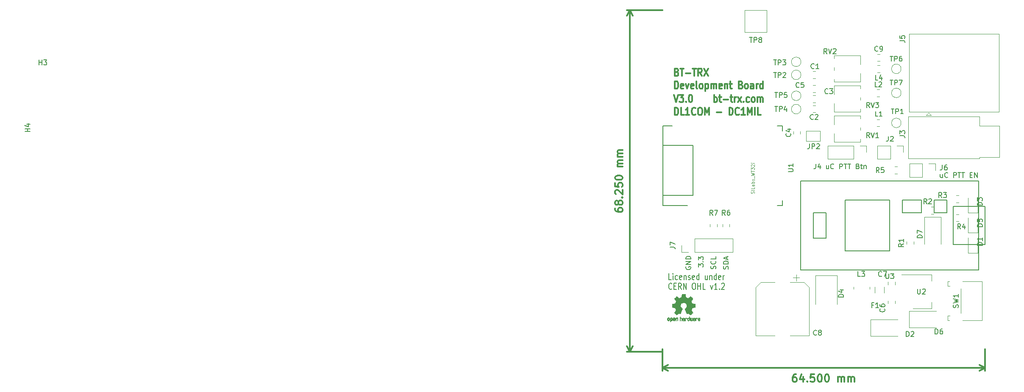
<source format=gto>
G04 #@! TF.GenerationSoftware,KiCad,Pcbnew,5.0.2+dfsg1-1*
G04 #@! TF.CreationDate,2019-05-10T18:20:53+02:00*
G04 #@! TF.ProjectId,bt-trx-dev-board,62742d74-7278-42d6-9465-762d626f6172,2.0*
G04 #@! TF.SameCoordinates,Original*
G04 #@! TF.FileFunction,Legend,Top*
G04 #@! TF.FilePolarity,Positive*
%FSLAX46Y46*%
G04 Gerber Fmt 4.6, Leading zero omitted, Abs format (unit mm)*
G04 Created by KiCad (PCBNEW 5.0.2+dfsg1-1) date Fri 10 May 2019 06:20:53 PM CEST*
%MOMM*%
%LPD*%
G01*
G04 APERTURE LIST*
%ADD10C,0.150000*%
%ADD11C,0.300000*%
%ADD12C,0.200000*%
%ADD13C,0.120000*%
%ADD14C,0.127000*%
%ADD15C,0.010000*%
%ADD16C,0.050000*%
G04 APERTURE END LIST*
D10*
X121561785Y-118317857D02*
X121085595Y-118317857D01*
X121085595Y-117117857D01*
X121895119Y-118317857D02*
X121895119Y-117517857D01*
X121895119Y-117117857D02*
X121847500Y-117175000D01*
X121895119Y-117232142D01*
X121942738Y-117175000D01*
X121895119Y-117117857D01*
X121895119Y-117232142D01*
X122799880Y-118260714D02*
X122704642Y-118317857D01*
X122514166Y-118317857D01*
X122418928Y-118260714D01*
X122371309Y-118203571D01*
X122323690Y-118089285D01*
X122323690Y-117746428D01*
X122371309Y-117632142D01*
X122418928Y-117575000D01*
X122514166Y-117517857D01*
X122704642Y-117517857D01*
X122799880Y-117575000D01*
X123609404Y-118260714D02*
X123514166Y-118317857D01*
X123323690Y-118317857D01*
X123228452Y-118260714D01*
X123180833Y-118146428D01*
X123180833Y-117689285D01*
X123228452Y-117575000D01*
X123323690Y-117517857D01*
X123514166Y-117517857D01*
X123609404Y-117575000D01*
X123657023Y-117689285D01*
X123657023Y-117803571D01*
X123180833Y-117917857D01*
X124085595Y-117517857D02*
X124085595Y-118317857D01*
X124085595Y-117632142D02*
X124133214Y-117575000D01*
X124228452Y-117517857D01*
X124371309Y-117517857D01*
X124466547Y-117575000D01*
X124514166Y-117689285D01*
X124514166Y-118317857D01*
X124942738Y-118260714D02*
X125037976Y-118317857D01*
X125228452Y-118317857D01*
X125323690Y-118260714D01*
X125371309Y-118146428D01*
X125371309Y-118089285D01*
X125323690Y-117975000D01*
X125228452Y-117917857D01*
X125085595Y-117917857D01*
X124990357Y-117860714D01*
X124942738Y-117746428D01*
X124942738Y-117689285D01*
X124990357Y-117575000D01*
X125085595Y-117517857D01*
X125228452Y-117517857D01*
X125323690Y-117575000D01*
X126180833Y-118260714D02*
X126085595Y-118317857D01*
X125895119Y-118317857D01*
X125799880Y-118260714D01*
X125752261Y-118146428D01*
X125752261Y-117689285D01*
X125799880Y-117575000D01*
X125895119Y-117517857D01*
X126085595Y-117517857D01*
X126180833Y-117575000D01*
X126228452Y-117689285D01*
X126228452Y-117803571D01*
X125752261Y-117917857D01*
X127085595Y-118317857D02*
X127085595Y-117117857D01*
X127085595Y-118260714D02*
X126990357Y-118317857D01*
X126799880Y-118317857D01*
X126704642Y-118260714D01*
X126657023Y-118203571D01*
X126609404Y-118089285D01*
X126609404Y-117746428D01*
X126657023Y-117632142D01*
X126704642Y-117575000D01*
X126799880Y-117517857D01*
X126990357Y-117517857D01*
X127085595Y-117575000D01*
X128752261Y-117517857D02*
X128752261Y-118317857D01*
X128323690Y-117517857D02*
X128323690Y-118146428D01*
X128371309Y-118260714D01*
X128466547Y-118317857D01*
X128609404Y-118317857D01*
X128704642Y-118260714D01*
X128752261Y-118203571D01*
X129228452Y-117517857D02*
X129228452Y-118317857D01*
X129228452Y-117632142D02*
X129276071Y-117575000D01*
X129371309Y-117517857D01*
X129514166Y-117517857D01*
X129609404Y-117575000D01*
X129657023Y-117689285D01*
X129657023Y-118317857D01*
X130561785Y-118317857D02*
X130561785Y-117117857D01*
X130561785Y-118260714D02*
X130466547Y-118317857D01*
X130276071Y-118317857D01*
X130180833Y-118260714D01*
X130133214Y-118203571D01*
X130085595Y-118089285D01*
X130085595Y-117746428D01*
X130133214Y-117632142D01*
X130180833Y-117575000D01*
X130276071Y-117517857D01*
X130466547Y-117517857D01*
X130561785Y-117575000D01*
X131418928Y-118260714D02*
X131323690Y-118317857D01*
X131133214Y-118317857D01*
X131037976Y-118260714D01*
X130990357Y-118146428D01*
X130990357Y-117689285D01*
X131037976Y-117575000D01*
X131133214Y-117517857D01*
X131323690Y-117517857D01*
X131418928Y-117575000D01*
X131466547Y-117689285D01*
X131466547Y-117803571D01*
X130990357Y-117917857D01*
X131895119Y-118317857D02*
X131895119Y-117517857D01*
X131895119Y-117746428D02*
X131942738Y-117632142D01*
X131990357Y-117575000D01*
X132085595Y-117517857D01*
X132180833Y-117517857D01*
X121657023Y-120153571D02*
X121609404Y-120210714D01*
X121466547Y-120267857D01*
X121371309Y-120267857D01*
X121228452Y-120210714D01*
X121133214Y-120096428D01*
X121085595Y-119982142D01*
X121037976Y-119753571D01*
X121037976Y-119582142D01*
X121085595Y-119353571D01*
X121133214Y-119239285D01*
X121228452Y-119125000D01*
X121371309Y-119067857D01*
X121466547Y-119067857D01*
X121609404Y-119125000D01*
X121657023Y-119182142D01*
X122085595Y-119639285D02*
X122418928Y-119639285D01*
X122561785Y-120267857D02*
X122085595Y-120267857D01*
X122085595Y-119067857D01*
X122561785Y-119067857D01*
X123561785Y-120267857D02*
X123228452Y-119696428D01*
X122990357Y-120267857D02*
X122990357Y-119067857D01*
X123371309Y-119067857D01*
X123466547Y-119125000D01*
X123514166Y-119182142D01*
X123561785Y-119296428D01*
X123561785Y-119467857D01*
X123514166Y-119582142D01*
X123466547Y-119639285D01*
X123371309Y-119696428D01*
X122990357Y-119696428D01*
X123990357Y-120267857D02*
X123990357Y-119067857D01*
X124561785Y-120267857D01*
X124561785Y-119067857D01*
X125990357Y-119067857D02*
X126180833Y-119067857D01*
X126276071Y-119125000D01*
X126371309Y-119239285D01*
X126418928Y-119467857D01*
X126418928Y-119867857D01*
X126371309Y-120096428D01*
X126276071Y-120210714D01*
X126180833Y-120267857D01*
X125990357Y-120267857D01*
X125895119Y-120210714D01*
X125799880Y-120096428D01*
X125752261Y-119867857D01*
X125752261Y-119467857D01*
X125799880Y-119239285D01*
X125895119Y-119125000D01*
X125990357Y-119067857D01*
X126847500Y-120267857D02*
X126847500Y-119067857D01*
X126847500Y-119639285D02*
X127418928Y-119639285D01*
X127418928Y-120267857D02*
X127418928Y-119067857D01*
X128371309Y-120267857D02*
X127895119Y-120267857D01*
X127895119Y-119067857D01*
X129371309Y-119467857D02*
X129609404Y-120267857D01*
X129847500Y-119467857D01*
X130752261Y-120267857D02*
X130180833Y-120267857D01*
X130466547Y-120267857D02*
X130466547Y-119067857D01*
X130371309Y-119239285D01*
X130276071Y-119353571D01*
X130180833Y-119410714D01*
X131180833Y-120153571D02*
X131228452Y-120210714D01*
X131180833Y-120267857D01*
X131133214Y-120210714D01*
X131180833Y-120153571D01*
X131180833Y-120267857D01*
X131609404Y-119182142D02*
X131657023Y-119125000D01*
X131752261Y-119067857D01*
X131990357Y-119067857D01*
X132085595Y-119125000D01*
X132133214Y-119182142D01*
X132180833Y-119296428D01*
X132180833Y-119410714D01*
X132133214Y-119582142D01*
X131561785Y-120267857D01*
X132180833Y-120267857D01*
X175714285Y-97285714D02*
X175714285Y-97952380D01*
X175285714Y-97285714D02*
X175285714Y-97809523D01*
X175333333Y-97904761D01*
X175428571Y-97952380D01*
X175571428Y-97952380D01*
X175666666Y-97904761D01*
X175714285Y-97857142D01*
X176761904Y-97857142D02*
X176714285Y-97904761D01*
X176571428Y-97952380D01*
X176476190Y-97952380D01*
X176333333Y-97904761D01*
X176238095Y-97809523D01*
X176190476Y-97714285D01*
X176142857Y-97523809D01*
X176142857Y-97380952D01*
X176190476Y-97190476D01*
X176238095Y-97095238D01*
X176333333Y-97000000D01*
X176476190Y-96952380D01*
X176571428Y-96952380D01*
X176714285Y-97000000D01*
X176761904Y-97047619D01*
X177952380Y-97952380D02*
X177952380Y-96952380D01*
X178333333Y-96952380D01*
X178428571Y-97000000D01*
X178476190Y-97047619D01*
X178523809Y-97142857D01*
X178523809Y-97285714D01*
X178476190Y-97380952D01*
X178428571Y-97428571D01*
X178333333Y-97476190D01*
X177952380Y-97476190D01*
X178809523Y-96952380D02*
X179380952Y-96952380D01*
X179095238Y-97952380D02*
X179095238Y-96952380D01*
X179571428Y-96952380D02*
X180142857Y-96952380D01*
X179857142Y-97952380D02*
X179857142Y-96952380D01*
X181238095Y-97428571D02*
X181571428Y-97428571D01*
X181714285Y-97952380D02*
X181238095Y-97952380D01*
X181238095Y-96952380D01*
X181714285Y-96952380D01*
X182142857Y-97952380D02*
X182142857Y-96952380D01*
X182714285Y-97952380D01*
X182714285Y-96952380D01*
X152952380Y-95535714D02*
X152952380Y-96202380D01*
X152523809Y-95535714D02*
X152523809Y-96059523D01*
X152571428Y-96154761D01*
X152666666Y-96202380D01*
X152809523Y-96202380D01*
X152904761Y-96154761D01*
X152952380Y-96107142D01*
X154000000Y-96107142D02*
X153952380Y-96154761D01*
X153809523Y-96202380D01*
X153714285Y-96202380D01*
X153571428Y-96154761D01*
X153476190Y-96059523D01*
X153428571Y-95964285D01*
X153380952Y-95773809D01*
X153380952Y-95630952D01*
X153428571Y-95440476D01*
X153476190Y-95345238D01*
X153571428Y-95250000D01*
X153714285Y-95202380D01*
X153809523Y-95202380D01*
X153952380Y-95250000D01*
X154000000Y-95297619D01*
X155190476Y-96202380D02*
X155190476Y-95202380D01*
X155571428Y-95202380D01*
X155666666Y-95250000D01*
X155714285Y-95297619D01*
X155761904Y-95392857D01*
X155761904Y-95535714D01*
X155714285Y-95630952D01*
X155666666Y-95678571D01*
X155571428Y-95726190D01*
X155190476Y-95726190D01*
X156047619Y-95202380D02*
X156619047Y-95202380D01*
X156333333Y-96202380D02*
X156333333Y-95202380D01*
X156809523Y-95202380D02*
X157380952Y-95202380D01*
X157095238Y-96202380D02*
X157095238Y-95202380D01*
X158809523Y-95678571D02*
X158952380Y-95726190D01*
X159000000Y-95773809D01*
X159047619Y-95869047D01*
X159047619Y-96011904D01*
X159000000Y-96107142D01*
X158952380Y-96154761D01*
X158857142Y-96202380D01*
X158476190Y-96202380D01*
X158476190Y-95202380D01*
X158809523Y-95202380D01*
X158904761Y-95250000D01*
X158952380Y-95297619D01*
X159000000Y-95392857D01*
X159000000Y-95488095D01*
X158952380Y-95583333D01*
X158904761Y-95630952D01*
X158809523Y-95678571D01*
X158476190Y-95678571D01*
X159333333Y-95535714D02*
X159714285Y-95535714D01*
X159476190Y-95202380D02*
X159476190Y-96059523D01*
X159523809Y-96154761D01*
X159619047Y-96202380D01*
X159714285Y-96202380D01*
X160047619Y-95535714D02*
X160047619Y-96202380D01*
X160047619Y-95630952D02*
X160095238Y-95583333D01*
X160190476Y-95535714D01*
X160333333Y-95535714D01*
X160428571Y-95583333D01*
X160476190Y-95678571D01*
X160476190Y-96202380D01*
D11*
X110328571Y-104125000D02*
X110328571Y-104410714D01*
X110400000Y-104553571D01*
X110471428Y-104625000D01*
X110685714Y-104767857D01*
X110971428Y-104839285D01*
X111542857Y-104839285D01*
X111685714Y-104767857D01*
X111757142Y-104696428D01*
X111828571Y-104553571D01*
X111828571Y-104267857D01*
X111757142Y-104125000D01*
X111685714Y-104053571D01*
X111542857Y-103982142D01*
X111185714Y-103982142D01*
X111042857Y-104053571D01*
X110971428Y-104125000D01*
X110900000Y-104267857D01*
X110900000Y-104553571D01*
X110971428Y-104696428D01*
X111042857Y-104767857D01*
X111185714Y-104839285D01*
X110971428Y-103125000D02*
X110900000Y-103267857D01*
X110828571Y-103339285D01*
X110685714Y-103410714D01*
X110614285Y-103410714D01*
X110471428Y-103339285D01*
X110400000Y-103267857D01*
X110328571Y-103125000D01*
X110328571Y-102839285D01*
X110400000Y-102696428D01*
X110471428Y-102625000D01*
X110614285Y-102553571D01*
X110685714Y-102553571D01*
X110828571Y-102625000D01*
X110900000Y-102696428D01*
X110971428Y-102839285D01*
X110971428Y-103125000D01*
X111042857Y-103267857D01*
X111114285Y-103339285D01*
X111257142Y-103410714D01*
X111542857Y-103410714D01*
X111685714Y-103339285D01*
X111757142Y-103267857D01*
X111828571Y-103125000D01*
X111828571Y-102839285D01*
X111757142Y-102696428D01*
X111685714Y-102625000D01*
X111542857Y-102553571D01*
X111257142Y-102553571D01*
X111114285Y-102625000D01*
X111042857Y-102696428D01*
X110971428Y-102839285D01*
X111685714Y-101910714D02*
X111757142Y-101839285D01*
X111828571Y-101910714D01*
X111757142Y-101982142D01*
X111685714Y-101910714D01*
X111828571Y-101910714D01*
X110471428Y-101267857D02*
X110400000Y-101196428D01*
X110328571Y-101053571D01*
X110328571Y-100696428D01*
X110400000Y-100553571D01*
X110471428Y-100482142D01*
X110614285Y-100410714D01*
X110757142Y-100410714D01*
X110971428Y-100482142D01*
X111828571Y-101339285D01*
X111828571Y-100410714D01*
X110328571Y-99053571D02*
X110328571Y-99767857D01*
X111042857Y-99839285D01*
X110971428Y-99767857D01*
X110900000Y-99625000D01*
X110900000Y-99267857D01*
X110971428Y-99125000D01*
X111042857Y-99053571D01*
X111185714Y-98982142D01*
X111542857Y-98982142D01*
X111685714Y-99053571D01*
X111757142Y-99125000D01*
X111828571Y-99267857D01*
X111828571Y-99625000D01*
X111757142Y-99767857D01*
X111685714Y-99839285D01*
X110328571Y-98053571D02*
X110328571Y-97910714D01*
X110400000Y-97767857D01*
X110471428Y-97696428D01*
X110614285Y-97625000D01*
X110900000Y-97553571D01*
X111257142Y-97553571D01*
X111542857Y-97625000D01*
X111685714Y-97696428D01*
X111757142Y-97767857D01*
X111828571Y-97910714D01*
X111828571Y-98053571D01*
X111757142Y-98196428D01*
X111685714Y-98267857D01*
X111542857Y-98339285D01*
X111257142Y-98410714D01*
X110900000Y-98410714D01*
X110614285Y-98339285D01*
X110471428Y-98267857D01*
X110400000Y-98196428D01*
X110328571Y-98053571D01*
X111828571Y-95767857D02*
X110828571Y-95767857D01*
X110971428Y-95767857D02*
X110900000Y-95696428D01*
X110828571Y-95553571D01*
X110828571Y-95339285D01*
X110900000Y-95196428D01*
X111042857Y-95125000D01*
X111828571Y-95125000D01*
X111042857Y-95125000D02*
X110900000Y-95053571D01*
X110828571Y-94910714D01*
X110828571Y-94696428D01*
X110900000Y-94553571D01*
X111042857Y-94482142D01*
X111828571Y-94482142D01*
X111828571Y-93767857D02*
X110828571Y-93767857D01*
X110971428Y-93767857D02*
X110900000Y-93696428D01*
X110828571Y-93553571D01*
X110828571Y-93339285D01*
X110900000Y-93196428D01*
X111042857Y-93125000D01*
X111828571Y-93125000D01*
X111042857Y-93125000D02*
X110900000Y-93053571D01*
X110828571Y-92910714D01*
X110828571Y-92696428D01*
X110900000Y-92553571D01*
X111042857Y-92482142D01*
X111828571Y-92482142D01*
X113250000Y-132750000D02*
X113250000Y-64500000D01*
X119750000Y-132750000D02*
X112663579Y-132750000D01*
X119750000Y-64500000D02*
X112663579Y-64500000D01*
X113250000Y-64500000D02*
X113836421Y-65626504D01*
X113250000Y-64500000D02*
X112663579Y-65626504D01*
X113250000Y-132750000D02*
X113836421Y-131623496D01*
X113250000Y-132750000D02*
X112663579Y-131623496D01*
X146500000Y-137278571D02*
X146214285Y-137278571D01*
X146071428Y-137350000D01*
X146000000Y-137421428D01*
X145857142Y-137635714D01*
X145785714Y-137921428D01*
X145785714Y-138492857D01*
X145857142Y-138635714D01*
X145928571Y-138707142D01*
X146071428Y-138778571D01*
X146357142Y-138778571D01*
X146500000Y-138707142D01*
X146571428Y-138635714D01*
X146642857Y-138492857D01*
X146642857Y-138135714D01*
X146571428Y-137992857D01*
X146500000Y-137921428D01*
X146357142Y-137850000D01*
X146071428Y-137850000D01*
X145928571Y-137921428D01*
X145857142Y-137992857D01*
X145785714Y-138135714D01*
X147928571Y-137778571D02*
X147928571Y-138778571D01*
X147571428Y-137207142D02*
X147214285Y-138278571D01*
X148142857Y-138278571D01*
X148714285Y-138635714D02*
X148785714Y-138707142D01*
X148714285Y-138778571D01*
X148642857Y-138707142D01*
X148714285Y-138635714D01*
X148714285Y-138778571D01*
X150142857Y-137278571D02*
X149428571Y-137278571D01*
X149357142Y-137992857D01*
X149428571Y-137921428D01*
X149571428Y-137850000D01*
X149928571Y-137850000D01*
X150071428Y-137921428D01*
X150142857Y-137992857D01*
X150214285Y-138135714D01*
X150214285Y-138492857D01*
X150142857Y-138635714D01*
X150071428Y-138707142D01*
X149928571Y-138778571D01*
X149571428Y-138778571D01*
X149428571Y-138707142D01*
X149357142Y-138635714D01*
X151142857Y-137278571D02*
X151285714Y-137278571D01*
X151428571Y-137350000D01*
X151500000Y-137421428D01*
X151571428Y-137564285D01*
X151642857Y-137850000D01*
X151642857Y-138207142D01*
X151571428Y-138492857D01*
X151500000Y-138635714D01*
X151428571Y-138707142D01*
X151285714Y-138778571D01*
X151142857Y-138778571D01*
X151000000Y-138707142D01*
X150928571Y-138635714D01*
X150857142Y-138492857D01*
X150785714Y-138207142D01*
X150785714Y-137850000D01*
X150857142Y-137564285D01*
X150928571Y-137421428D01*
X151000000Y-137350000D01*
X151142857Y-137278571D01*
X152571428Y-137278571D02*
X152714285Y-137278571D01*
X152857142Y-137350000D01*
X152928571Y-137421428D01*
X153000000Y-137564285D01*
X153071428Y-137850000D01*
X153071428Y-138207142D01*
X153000000Y-138492857D01*
X152928571Y-138635714D01*
X152857142Y-138707142D01*
X152714285Y-138778571D01*
X152571428Y-138778571D01*
X152428571Y-138707142D01*
X152357142Y-138635714D01*
X152285714Y-138492857D01*
X152214285Y-138207142D01*
X152214285Y-137850000D01*
X152285714Y-137564285D01*
X152357142Y-137421428D01*
X152428571Y-137350000D01*
X152571428Y-137278571D01*
X154857142Y-138778571D02*
X154857142Y-137778571D01*
X154857142Y-137921428D02*
X154928571Y-137850000D01*
X155071428Y-137778571D01*
X155285714Y-137778571D01*
X155428571Y-137850000D01*
X155500000Y-137992857D01*
X155500000Y-138778571D01*
X155500000Y-137992857D02*
X155571428Y-137850000D01*
X155714285Y-137778571D01*
X155928571Y-137778571D01*
X156071428Y-137850000D01*
X156142857Y-137992857D01*
X156142857Y-138778571D01*
X156857142Y-138778571D02*
X156857142Y-137778571D01*
X156857142Y-137921428D02*
X156928571Y-137850000D01*
X157071428Y-137778571D01*
X157285714Y-137778571D01*
X157428571Y-137850000D01*
X157500000Y-137992857D01*
X157500000Y-138778571D01*
X157500000Y-137992857D02*
X157571428Y-137850000D01*
X157714285Y-137778571D01*
X157928571Y-137778571D01*
X158071428Y-137850000D01*
X158142857Y-137992857D01*
X158142857Y-138778571D01*
X119750000Y-136000000D02*
X184250000Y-136000000D01*
X119750000Y-132250000D02*
X119750000Y-136586421D01*
X184250000Y-132250000D02*
X184250000Y-136586421D01*
X184250000Y-136000000D02*
X183123496Y-136586421D01*
X184250000Y-136000000D02*
X183123496Y-135413579D01*
X119750000Y-136000000D02*
X120876504Y-136586421D01*
X119750000Y-136000000D02*
X120876504Y-135413579D01*
D12*
X124500000Y-115761904D02*
X124452380Y-115857142D01*
X124452380Y-116000000D01*
X124500000Y-116142857D01*
X124595238Y-116238095D01*
X124690476Y-116285714D01*
X124880952Y-116333333D01*
X125023809Y-116333333D01*
X125214285Y-116285714D01*
X125309523Y-116238095D01*
X125404761Y-116142857D01*
X125452380Y-116000000D01*
X125452380Y-115904761D01*
X125404761Y-115761904D01*
X125357142Y-115714285D01*
X125023809Y-115714285D01*
X125023809Y-115904761D01*
X125452380Y-115285714D02*
X124452380Y-115285714D01*
X125452380Y-114714285D01*
X124452380Y-114714285D01*
X125452380Y-114238095D02*
X124452380Y-114238095D01*
X124452380Y-114000000D01*
X124500000Y-113857142D01*
X124595238Y-113761904D01*
X124690476Y-113714285D01*
X124880952Y-113666666D01*
X125023809Y-113666666D01*
X125214285Y-113714285D01*
X125309523Y-113761904D01*
X125404761Y-113857142D01*
X125452380Y-114000000D01*
X125452380Y-114238095D01*
X126952380Y-115797619D02*
X126952380Y-115178571D01*
X127333333Y-115511904D01*
X127333333Y-115369047D01*
X127380952Y-115273809D01*
X127428571Y-115226190D01*
X127523809Y-115178571D01*
X127761904Y-115178571D01*
X127857142Y-115226190D01*
X127904761Y-115273809D01*
X127952380Y-115369047D01*
X127952380Y-115654761D01*
X127904761Y-115750000D01*
X127857142Y-115797619D01*
X127857142Y-114750000D02*
X127904761Y-114702380D01*
X127952380Y-114750000D01*
X127904761Y-114797619D01*
X127857142Y-114750000D01*
X127952380Y-114750000D01*
X126952380Y-114369047D02*
X126952380Y-113750000D01*
X127333333Y-114083333D01*
X127333333Y-113940476D01*
X127380952Y-113845238D01*
X127428571Y-113797619D01*
X127523809Y-113750000D01*
X127761904Y-113750000D01*
X127857142Y-113797619D01*
X127904761Y-113845238D01*
X127952380Y-113940476D01*
X127952380Y-114226190D01*
X127904761Y-114321428D01*
X127857142Y-114369047D01*
X132904761Y-116214285D02*
X132952380Y-116071428D01*
X132952380Y-115833333D01*
X132904761Y-115738095D01*
X132857142Y-115690476D01*
X132761904Y-115642857D01*
X132666666Y-115642857D01*
X132571428Y-115690476D01*
X132523809Y-115738095D01*
X132476190Y-115833333D01*
X132428571Y-116023809D01*
X132380952Y-116119047D01*
X132333333Y-116166666D01*
X132238095Y-116214285D01*
X132142857Y-116214285D01*
X132047619Y-116166666D01*
X132000000Y-116119047D01*
X131952380Y-116023809D01*
X131952380Y-115785714D01*
X132000000Y-115642857D01*
X132952380Y-115214285D02*
X131952380Y-115214285D01*
X131952380Y-114976190D01*
X132000000Y-114833333D01*
X132095238Y-114738095D01*
X132190476Y-114690476D01*
X132380952Y-114642857D01*
X132523809Y-114642857D01*
X132714285Y-114690476D01*
X132809523Y-114738095D01*
X132904761Y-114833333D01*
X132952380Y-114976190D01*
X132952380Y-115214285D01*
X132666666Y-114261904D02*
X132666666Y-113785714D01*
X132952380Y-114357142D02*
X131952380Y-114023809D01*
X132952380Y-113690476D01*
X130404761Y-116190476D02*
X130452380Y-116047619D01*
X130452380Y-115809523D01*
X130404761Y-115714285D01*
X130357142Y-115666666D01*
X130261904Y-115619047D01*
X130166666Y-115619047D01*
X130071428Y-115666666D01*
X130023809Y-115714285D01*
X129976190Y-115809523D01*
X129928571Y-116000000D01*
X129880952Y-116095238D01*
X129833333Y-116142857D01*
X129738095Y-116190476D01*
X129642857Y-116190476D01*
X129547619Y-116142857D01*
X129500000Y-116095238D01*
X129452380Y-116000000D01*
X129452380Y-115761904D01*
X129500000Y-115619047D01*
X130357142Y-114619047D02*
X130404761Y-114666666D01*
X130452380Y-114809523D01*
X130452380Y-114904761D01*
X130404761Y-115047619D01*
X130309523Y-115142857D01*
X130214285Y-115190476D01*
X130023809Y-115238095D01*
X129880952Y-115238095D01*
X129690476Y-115190476D01*
X129595238Y-115142857D01*
X129500000Y-115047619D01*
X129452380Y-114904761D01*
X129452380Y-114809523D01*
X129500000Y-114666666D01*
X129547619Y-114619047D01*
X130452380Y-113714285D02*
X130452380Y-114190476D01*
X129452380Y-114190476D01*
D11*
X122064047Y-81403571D02*
X122480714Y-82903571D01*
X122897380Y-81403571D01*
X123195000Y-81403571D02*
X123968809Y-81403571D01*
X123552142Y-81975000D01*
X123730714Y-81975000D01*
X123849761Y-82046428D01*
X123909285Y-82117857D01*
X123968809Y-82260714D01*
X123968809Y-82617857D01*
X123909285Y-82760714D01*
X123849761Y-82832142D01*
X123730714Y-82903571D01*
X123373571Y-82903571D01*
X123254523Y-82832142D01*
X123195000Y-82760714D01*
X124504523Y-82760714D02*
X124564047Y-82832142D01*
X124504523Y-82903571D01*
X124445000Y-82832142D01*
X124504523Y-82760714D01*
X124504523Y-82903571D01*
X125337857Y-81403571D02*
X125456904Y-81403571D01*
X125575952Y-81475000D01*
X125635476Y-81546428D01*
X125695000Y-81689285D01*
X125754523Y-81975000D01*
X125754523Y-82332142D01*
X125695000Y-82617857D01*
X125635476Y-82760714D01*
X125575952Y-82832142D01*
X125456904Y-82903571D01*
X125337857Y-82903571D01*
X125218809Y-82832142D01*
X125159285Y-82760714D01*
X125099761Y-82617857D01*
X125040238Y-82332142D01*
X125040238Y-81975000D01*
X125099761Y-81689285D01*
X125159285Y-81546428D01*
X125218809Y-81475000D01*
X125337857Y-81403571D01*
X130099761Y-82903571D02*
X130099761Y-81403571D01*
X130099761Y-81975000D02*
X130218809Y-81903571D01*
X130456904Y-81903571D01*
X130575952Y-81975000D01*
X130635476Y-82046428D01*
X130695000Y-82189285D01*
X130695000Y-82617857D01*
X130635476Y-82760714D01*
X130575952Y-82832142D01*
X130456904Y-82903571D01*
X130218809Y-82903571D01*
X130099761Y-82832142D01*
X131052142Y-81903571D02*
X131528333Y-81903571D01*
X131230714Y-81403571D02*
X131230714Y-82689285D01*
X131290238Y-82832142D01*
X131409285Y-82903571D01*
X131528333Y-82903571D01*
X131945000Y-82332142D02*
X132897380Y-82332142D01*
X133314047Y-81903571D02*
X133790238Y-81903571D01*
X133492619Y-81403571D02*
X133492619Y-82689285D01*
X133552142Y-82832142D01*
X133671190Y-82903571D01*
X133790238Y-82903571D01*
X134206904Y-82903571D02*
X134206904Y-81903571D01*
X134206904Y-82189285D02*
X134266428Y-82046428D01*
X134325952Y-81975000D01*
X134445000Y-81903571D01*
X134564047Y-81903571D01*
X134861666Y-82903571D02*
X135516428Y-81903571D01*
X134861666Y-81903571D02*
X135516428Y-82903571D01*
X135992619Y-82760714D02*
X136052142Y-82832142D01*
X135992619Y-82903571D01*
X135933095Y-82832142D01*
X135992619Y-82760714D01*
X135992619Y-82903571D01*
X137123571Y-82832142D02*
X137004523Y-82903571D01*
X136766428Y-82903571D01*
X136647380Y-82832142D01*
X136587857Y-82760714D01*
X136528333Y-82617857D01*
X136528333Y-82189285D01*
X136587857Y-82046428D01*
X136647380Y-81975000D01*
X136766428Y-81903571D01*
X137004523Y-81903571D01*
X137123571Y-81975000D01*
X137837857Y-82903571D02*
X137718809Y-82832142D01*
X137659285Y-82760714D01*
X137599761Y-82617857D01*
X137599761Y-82189285D01*
X137659285Y-82046428D01*
X137718809Y-81975000D01*
X137837857Y-81903571D01*
X138016428Y-81903571D01*
X138135476Y-81975000D01*
X138195000Y-82046428D01*
X138254523Y-82189285D01*
X138254523Y-82617857D01*
X138195000Y-82760714D01*
X138135476Y-82832142D01*
X138016428Y-82903571D01*
X137837857Y-82903571D01*
X138790238Y-82903571D02*
X138790238Y-81903571D01*
X138790238Y-82046428D02*
X138849761Y-81975000D01*
X138968809Y-81903571D01*
X139147380Y-81903571D01*
X139266428Y-81975000D01*
X139325952Y-82117857D01*
X139325952Y-82903571D01*
X139325952Y-82117857D02*
X139385476Y-81975000D01*
X139504523Y-81903571D01*
X139683095Y-81903571D01*
X139802142Y-81975000D01*
X139861666Y-82117857D01*
X139861666Y-82903571D01*
X122242619Y-85453571D02*
X122242619Y-83953571D01*
X122540238Y-83953571D01*
X122718809Y-84025000D01*
X122837857Y-84167857D01*
X122897380Y-84310714D01*
X122956904Y-84596428D01*
X122956904Y-84810714D01*
X122897380Y-85096428D01*
X122837857Y-85239285D01*
X122718809Y-85382142D01*
X122540238Y-85453571D01*
X122242619Y-85453571D01*
X124087857Y-85453571D02*
X123492619Y-85453571D01*
X123492619Y-83953571D01*
X125159285Y-85453571D02*
X124445000Y-85453571D01*
X124802142Y-85453571D02*
X124802142Y-83953571D01*
X124683095Y-84167857D01*
X124564047Y-84310714D01*
X124445000Y-84382142D01*
X126409285Y-85310714D02*
X126349761Y-85382142D01*
X126171190Y-85453571D01*
X126052142Y-85453571D01*
X125873571Y-85382142D01*
X125754523Y-85239285D01*
X125695000Y-85096428D01*
X125635476Y-84810714D01*
X125635476Y-84596428D01*
X125695000Y-84310714D01*
X125754523Y-84167857D01*
X125873571Y-84025000D01*
X126052142Y-83953571D01*
X126171190Y-83953571D01*
X126349761Y-84025000D01*
X126409285Y-84096428D01*
X127183095Y-83953571D02*
X127421190Y-83953571D01*
X127540238Y-84025000D01*
X127659285Y-84167857D01*
X127718809Y-84453571D01*
X127718809Y-84953571D01*
X127659285Y-85239285D01*
X127540238Y-85382142D01*
X127421190Y-85453571D01*
X127183095Y-85453571D01*
X127064047Y-85382142D01*
X126945000Y-85239285D01*
X126885476Y-84953571D01*
X126885476Y-84453571D01*
X126945000Y-84167857D01*
X127064047Y-84025000D01*
X127183095Y-83953571D01*
X128254523Y-85453571D02*
X128254523Y-83953571D01*
X128671190Y-85025000D01*
X129087857Y-83953571D01*
X129087857Y-85453571D01*
X130635476Y-84882142D02*
X131587857Y-84882142D01*
X133135476Y-85453571D02*
X133135476Y-83953571D01*
X133433095Y-83953571D01*
X133611666Y-84025000D01*
X133730714Y-84167857D01*
X133790238Y-84310714D01*
X133849761Y-84596428D01*
X133849761Y-84810714D01*
X133790238Y-85096428D01*
X133730714Y-85239285D01*
X133611666Y-85382142D01*
X133433095Y-85453571D01*
X133135476Y-85453571D01*
X135099761Y-85310714D02*
X135040238Y-85382142D01*
X134861666Y-85453571D01*
X134742619Y-85453571D01*
X134564047Y-85382142D01*
X134445000Y-85239285D01*
X134385476Y-85096428D01*
X134325952Y-84810714D01*
X134325952Y-84596428D01*
X134385476Y-84310714D01*
X134445000Y-84167857D01*
X134564047Y-84025000D01*
X134742619Y-83953571D01*
X134861666Y-83953571D01*
X135040238Y-84025000D01*
X135099761Y-84096428D01*
X136290238Y-85453571D02*
X135575952Y-85453571D01*
X135933095Y-85453571D02*
X135933095Y-83953571D01*
X135814047Y-84167857D01*
X135695000Y-84310714D01*
X135575952Y-84382142D01*
X136825952Y-85453571D02*
X136825952Y-83953571D01*
X137242619Y-85025000D01*
X137659285Y-83953571D01*
X137659285Y-85453571D01*
X138254523Y-85453571D02*
X138254523Y-83953571D01*
X139445000Y-85453571D02*
X138849761Y-85453571D01*
X138849761Y-83953571D01*
X122659285Y-76867857D02*
X122837857Y-76939285D01*
X122897380Y-77010714D01*
X122956904Y-77153571D01*
X122956904Y-77367857D01*
X122897380Y-77510714D01*
X122837857Y-77582142D01*
X122718809Y-77653571D01*
X122242619Y-77653571D01*
X122242619Y-76153571D01*
X122659285Y-76153571D01*
X122778333Y-76225000D01*
X122837857Y-76296428D01*
X122897380Y-76439285D01*
X122897380Y-76582142D01*
X122837857Y-76725000D01*
X122778333Y-76796428D01*
X122659285Y-76867857D01*
X122242619Y-76867857D01*
X123314047Y-76153571D02*
X124028333Y-76153571D01*
X123671190Y-77653571D02*
X123671190Y-76153571D01*
X124445000Y-77082142D02*
X125397380Y-77082142D01*
X125814047Y-76153571D02*
X126528333Y-76153571D01*
X126171190Y-77653571D02*
X126171190Y-76153571D01*
X127659285Y-77653571D02*
X127242619Y-76939285D01*
X126945000Y-77653571D02*
X126945000Y-76153571D01*
X127421190Y-76153571D01*
X127540238Y-76225000D01*
X127599761Y-76296428D01*
X127659285Y-76439285D01*
X127659285Y-76653571D01*
X127599761Y-76796428D01*
X127540238Y-76867857D01*
X127421190Y-76939285D01*
X126945000Y-76939285D01*
X128075952Y-76153571D02*
X128909285Y-77653571D01*
X128909285Y-76153571D02*
X128075952Y-77653571D01*
X122242619Y-80203571D02*
X122242619Y-78703571D01*
X122540238Y-78703571D01*
X122718809Y-78775000D01*
X122837857Y-78917857D01*
X122897380Y-79060714D01*
X122956904Y-79346428D01*
X122956904Y-79560714D01*
X122897380Y-79846428D01*
X122837857Y-79989285D01*
X122718809Y-80132142D01*
X122540238Y-80203571D01*
X122242619Y-80203571D01*
X123968809Y-80132142D02*
X123849761Y-80203571D01*
X123611666Y-80203571D01*
X123492619Y-80132142D01*
X123433095Y-79989285D01*
X123433095Y-79417857D01*
X123492619Y-79275000D01*
X123611666Y-79203571D01*
X123849761Y-79203571D01*
X123968809Y-79275000D01*
X124028333Y-79417857D01*
X124028333Y-79560714D01*
X123433095Y-79703571D01*
X124445000Y-79203571D02*
X124742619Y-80203571D01*
X125040238Y-79203571D01*
X125992619Y-80132142D02*
X125873571Y-80203571D01*
X125635476Y-80203571D01*
X125516428Y-80132142D01*
X125456904Y-79989285D01*
X125456904Y-79417857D01*
X125516428Y-79275000D01*
X125635476Y-79203571D01*
X125873571Y-79203571D01*
X125992619Y-79275000D01*
X126052142Y-79417857D01*
X126052142Y-79560714D01*
X125456904Y-79703571D01*
X126766428Y-80203571D02*
X126647380Y-80132142D01*
X126587857Y-79989285D01*
X126587857Y-78703571D01*
X127421190Y-80203571D02*
X127302142Y-80132142D01*
X127242619Y-80060714D01*
X127183095Y-79917857D01*
X127183095Y-79489285D01*
X127242619Y-79346428D01*
X127302142Y-79275000D01*
X127421190Y-79203571D01*
X127599761Y-79203571D01*
X127718809Y-79275000D01*
X127778333Y-79346428D01*
X127837857Y-79489285D01*
X127837857Y-79917857D01*
X127778333Y-80060714D01*
X127718809Y-80132142D01*
X127599761Y-80203571D01*
X127421190Y-80203571D01*
X128373571Y-79203571D02*
X128373571Y-80703571D01*
X128373571Y-79275000D02*
X128492619Y-79203571D01*
X128730714Y-79203571D01*
X128849761Y-79275000D01*
X128909285Y-79346428D01*
X128968809Y-79489285D01*
X128968809Y-79917857D01*
X128909285Y-80060714D01*
X128849761Y-80132142D01*
X128730714Y-80203571D01*
X128492619Y-80203571D01*
X128373571Y-80132142D01*
X129504523Y-80203571D02*
X129504523Y-79203571D01*
X129504523Y-79346428D02*
X129564047Y-79275000D01*
X129683095Y-79203571D01*
X129861666Y-79203571D01*
X129980714Y-79275000D01*
X130040238Y-79417857D01*
X130040238Y-80203571D01*
X130040238Y-79417857D02*
X130099761Y-79275000D01*
X130218809Y-79203571D01*
X130397380Y-79203571D01*
X130516428Y-79275000D01*
X130575952Y-79417857D01*
X130575952Y-80203571D01*
X131647380Y-80132142D02*
X131528333Y-80203571D01*
X131290238Y-80203571D01*
X131171190Y-80132142D01*
X131111666Y-79989285D01*
X131111666Y-79417857D01*
X131171190Y-79275000D01*
X131290238Y-79203571D01*
X131528333Y-79203571D01*
X131647380Y-79275000D01*
X131706904Y-79417857D01*
X131706904Y-79560714D01*
X131111666Y-79703571D01*
X132242619Y-79203571D02*
X132242619Y-80203571D01*
X132242619Y-79346428D02*
X132302142Y-79275000D01*
X132421190Y-79203571D01*
X132599761Y-79203571D01*
X132718809Y-79275000D01*
X132778333Y-79417857D01*
X132778333Y-80203571D01*
X133195000Y-79203571D02*
X133671190Y-79203571D01*
X133373571Y-78703571D02*
X133373571Y-79989285D01*
X133433095Y-80132142D01*
X133552142Y-80203571D01*
X133671190Y-80203571D01*
X135456904Y-79417857D02*
X135635476Y-79489285D01*
X135695000Y-79560714D01*
X135754523Y-79703571D01*
X135754523Y-79917857D01*
X135695000Y-80060714D01*
X135635476Y-80132142D01*
X135516428Y-80203571D01*
X135040238Y-80203571D01*
X135040238Y-78703571D01*
X135456904Y-78703571D01*
X135575952Y-78775000D01*
X135635476Y-78846428D01*
X135695000Y-78989285D01*
X135695000Y-79132142D01*
X135635476Y-79275000D01*
X135575952Y-79346428D01*
X135456904Y-79417857D01*
X135040238Y-79417857D01*
X136468809Y-80203571D02*
X136349761Y-80132142D01*
X136290238Y-80060714D01*
X136230714Y-79917857D01*
X136230714Y-79489285D01*
X136290238Y-79346428D01*
X136349761Y-79275000D01*
X136468809Y-79203571D01*
X136647380Y-79203571D01*
X136766428Y-79275000D01*
X136825952Y-79346428D01*
X136885476Y-79489285D01*
X136885476Y-79917857D01*
X136825952Y-80060714D01*
X136766428Y-80132142D01*
X136647380Y-80203571D01*
X136468809Y-80203571D01*
X137956904Y-80203571D02*
X137956904Y-79417857D01*
X137897380Y-79275000D01*
X137778333Y-79203571D01*
X137540238Y-79203571D01*
X137421190Y-79275000D01*
X137956904Y-80132142D02*
X137837857Y-80203571D01*
X137540238Y-80203571D01*
X137421190Y-80132142D01*
X137361666Y-79989285D01*
X137361666Y-79846428D01*
X137421190Y-79703571D01*
X137540238Y-79632142D01*
X137837857Y-79632142D01*
X137956904Y-79560714D01*
X138552142Y-80203571D02*
X138552142Y-79203571D01*
X138552142Y-79489285D02*
X138611666Y-79346428D01*
X138671190Y-79275000D01*
X138790238Y-79203571D01*
X138909285Y-79203571D01*
X139861666Y-80203571D02*
X139861666Y-78703571D01*
X139861666Y-80132142D02*
X139742619Y-80203571D01*
X139504523Y-80203571D01*
X139385476Y-80132142D01*
X139325952Y-80060714D01*
X139266428Y-79917857D01*
X139266428Y-79489285D01*
X139325952Y-79346428D01*
X139385476Y-79275000D01*
X139504523Y-79203571D01*
X139742619Y-79203571D01*
X139861666Y-79275000D01*
D13*
G04 #@! TO.C,C1*
X150393252Y-76720000D02*
X149870748Y-76720000D01*
X150393252Y-78140000D02*
X149870748Y-78140000D01*
G04 #@! TO.C,C2*
X150343252Y-84940000D02*
X149820748Y-84940000D01*
X150343252Y-83520000D02*
X149820748Y-83520000D01*
G04 #@! TO.C,C3*
X150368252Y-82940000D02*
X149845748Y-82940000D01*
X150368252Y-81520000D02*
X149845748Y-81520000D01*
G04 #@! TO.C,C4*
X145929000Y-89245252D02*
X145929000Y-88722748D01*
X147349000Y-89245252D02*
X147349000Y-88722748D01*
G04 #@! TO.C,C5*
X150368252Y-79520000D02*
X149845748Y-79520000D01*
X150368252Y-80940000D02*
X149845748Y-80940000D01*
G04 #@! TO.C,C6*
X164852000Y-122613748D02*
X164852000Y-123136252D01*
X166272000Y-122613748D02*
X166272000Y-123136252D01*
G04 #@! TO.C,F1*
X162239000Y-120982564D02*
X162239000Y-119778436D01*
X164059000Y-120982564D02*
X164059000Y-119778436D01*
G04 #@! TO.C,J2*
X167908000Y-91582000D02*
X167908000Y-92912000D01*
X166578000Y-91582000D02*
X167908000Y-91582000D01*
X165308000Y-91582000D02*
X165308000Y-94242000D01*
X165308000Y-94242000D02*
X162708000Y-94242000D01*
X165308000Y-91582000D02*
X162708000Y-91582000D01*
X162708000Y-91582000D02*
X162708000Y-94242000D01*
G04 #@! TO.C,L1*
X163143252Y-87740000D02*
X162620748Y-87740000D01*
X163143252Y-86320000D02*
X162620748Y-86320000D01*
G04 #@! TO.C,L2*
X162645748Y-81740000D02*
X163168252Y-81740000D01*
X162645748Y-80320000D02*
X163168252Y-80320000D01*
G04 #@! TO.C,L3*
X161193000Y-119831000D02*
X161193000Y-120231000D01*
X157993000Y-119831000D02*
X157993000Y-120231000D01*
G04 #@! TO.C,R2*
X173488748Y-105210000D02*
X174011252Y-105210000D01*
X173488748Y-103790000D02*
X174011252Y-103790000D01*
G04 #@! TO.C,R3*
X178488748Y-101540000D02*
X179011252Y-101540000D01*
X178488748Y-102960000D02*
X179011252Y-102960000D01*
G04 #@! TO.C,R5*
X166736252Y-97210000D02*
X166213748Y-97210000D01*
X166736252Y-95790000D02*
X166213748Y-95790000D01*
G04 #@! TO.C,TP8*
X136250000Y-68900000D02*
X136250000Y-64500000D01*
X140650000Y-68900000D02*
X136250000Y-68900000D01*
X140650000Y-64500000D02*
X140650000Y-68900000D01*
X136250000Y-64500000D02*
X140650000Y-64500000D01*
D14*
G04 #@! TO.C,U1*
X119850000Y-87600000D02*
X119850000Y-103500000D01*
X119850000Y-103500000D02*
X124750000Y-103500000D01*
X142750000Y-103500000D02*
X143750000Y-103500000D01*
X143750000Y-103500000D02*
X143750000Y-102500000D01*
X143750000Y-87600000D02*
X142750000Y-87600000D01*
X125850000Y-91500000D02*
X119850000Y-91500000D01*
X119850000Y-101500000D02*
X125850000Y-101500000D01*
X125850000Y-101500000D02*
X125850000Y-91500000D01*
X143750000Y-88600000D02*
X143750000Y-87600000D01*
X119850000Y-87600000D02*
X121750000Y-87600000D01*
D13*
G04 #@! TO.C,TP1*
X167457000Y-87030000D02*
G75*
G03X167457000Y-87030000I-950000J0D01*
G01*
G04 #@! TO.C,TP2*
X147457000Y-77430000D02*
G75*
G03X147457000Y-77430000I-950000J0D01*
G01*
G04 #@! TO.C,TP3*
X147457000Y-74830000D02*
G75*
G03X147457000Y-74830000I-950000J0D01*
G01*
G04 #@! TO.C,TP4*
X147457000Y-84276000D02*
G75*
G03X147457000Y-84276000I-950000J0D01*
G01*
G04 #@! TO.C,TP5*
X147457000Y-81609000D02*
G75*
G03X147457000Y-81609000I-950000J0D01*
G01*
G04 #@! TO.C,TP6*
X167457000Y-76230000D02*
G75*
G03X167457000Y-76230000I-950000J0D01*
G01*
G04 #@! TO.C,TP7*
X167457000Y-81030000D02*
G75*
G03X167457000Y-81030000I-950000J0D01*
G01*
G04 #@! TO.C,C7*
X164852000Y-119344252D02*
X164852000Y-118821748D01*
X166272000Y-119344252D02*
X166272000Y-118821748D01*
G04 #@! TO.C,JP2*
X148507000Y-88630000D02*
X151307000Y-88630000D01*
X151307000Y-88630000D02*
X151307000Y-90630000D01*
X151307000Y-90630000D02*
X148507000Y-90630000D01*
X148507000Y-90630000D02*
X148507000Y-88630000D01*
G04 #@! TO.C,U2*
X173593000Y-124135000D02*
X173593000Y-122875000D01*
X173593000Y-117315000D02*
X173593000Y-118575000D01*
X169833000Y-124135000D02*
X173593000Y-124135000D01*
X167583000Y-117315000D02*
X173593000Y-117315000D01*
G04 #@! TO.C,R1*
X168540000Y-110738748D02*
X168540000Y-111261252D01*
X169960000Y-110738748D02*
X169960000Y-111261252D01*
G04 #@! TO.C,R4*
X178488748Y-105290000D02*
X179011252Y-105290000D01*
X178488748Y-106710000D02*
X179011252Y-106710000D01*
G04 #@! TO.C,D2*
X161350000Y-126350000D02*
X161350000Y-129650000D01*
X161350000Y-129650000D02*
X166750000Y-129650000D01*
X161350000Y-126350000D02*
X166750000Y-126350000D01*
G04 #@! TO.C,J4*
X152802000Y-91582000D02*
X152802000Y-94242000D01*
X157942000Y-91582000D02*
X152802000Y-91582000D01*
X157942000Y-94242000D02*
X152802000Y-94242000D01*
X157942000Y-91582000D02*
X157942000Y-94242000D01*
X159212000Y-91582000D02*
X160542000Y-91582000D01*
X160542000Y-91582000D02*
X160542000Y-92912000D01*
G04 #@! TO.C,J6*
X169130000Y-95170000D02*
X169130000Y-97830000D01*
X171730000Y-95170000D02*
X169130000Y-95170000D01*
X171730000Y-97830000D02*
X169130000Y-97830000D01*
X171730000Y-95170000D02*
X171730000Y-97830000D01*
X173000000Y-95170000D02*
X174330000Y-95170000D01*
X174330000Y-95170000D02*
X174330000Y-96500000D01*
G04 #@! TO.C,RV1*
X159327000Y-90270000D02*
X159327000Y-90850000D01*
X159327000Y-87970000D02*
X159327000Y-88490000D01*
X159327000Y-85610000D02*
X159327000Y-86191000D01*
X154087000Y-89120000D02*
X154087000Y-90850000D01*
X154087000Y-85610000D02*
X154087000Y-87340000D01*
X154087000Y-90850000D02*
X159327000Y-90850000D01*
X154087000Y-85610000D02*
X159327000Y-85610000D01*
G04 #@! TO.C,RV2*
X159327000Y-78850000D02*
X154087000Y-78850000D01*
X159327000Y-73610000D02*
X154087000Y-73610000D01*
X159327000Y-78850000D02*
X159327000Y-77120000D01*
X159327000Y-75340000D02*
X159327000Y-73610000D01*
X154087000Y-78850000D02*
X154087000Y-78269000D01*
X154087000Y-76490000D02*
X154087000Y-75970000D01*
X154087000Y-74190000D02*
X154087000Y-73610000D01*
G04 #@! TO.C,RV3*
X154087000Y-79610000D02*
X159327000Y-79610000D01*
X154087000Y-84850000D02*
X159327000Y-84850000D01*
X154087000Y-79610000D02*
X154087000Y-81340000D01*
X154087000Y-83120000D02*
X154087000Y-84850000D01*
X159327000Y-79610000D02*
X159327000Y-80191000D01*
X159327000Y-81970000D02*
X159327000Y-82490000D01*
X159327000Y-84270000D02*
X159327000Y-84850000D01*
G04 #@! TO.C,J5*
X173428000Y-85482000D02*
X172928000Y-84982000D01*
X172428000Y-85482000D02*
X173428000Y-85482000D01*
X172928000Y-84982000D02*
X172428000Y-85482000D01*
X187008000Y-84797000D02*
X187008000Y-69277000D01*
X169048000Y-69277000D02*
X187008000Y-69277000D01*
X169048000Y-69277000D02*
X169048000Y-84797000D01*
X169048000Y-84797000D02*
X187008000Y-84797000D01*
G04 #@! TO.C,J3*
X187138000Y-87644000D02*
X187138000Y-93884000D01*
X187138000Y-93884000D02*
X183138000Y-93884000D01*
X183138000Y-93884000D02*
X183138000Y-94184000D01*
X183138000Y-94184000D02*
X168898000Y-94184000D01*
X168898000Y-94184000D02*
X168898000Y-85744000D01*
X168898000Y-85744000D02*
X183138000Y-85744000D01*
X183138000Y-85744000D02*
X183138000Y-87644000D01*
X183138000Y-87644000D02*
X187138000Y-87644000D01*
G04 #@! TO.C,J7*
X133870000Y-112830000D02*
X133870000Y-110170000D01*
X126190000Y-112830000D02*
X133870000Y-112830000D01*
X126190000Y-110170000D02*
X133870000Y-110170000D01*
X126190000Y-112830000D02*
X126190000Y-110170000D01*
X124920000Y-112830000D02*
X123590000Y-112830000D01*
X123590000Y-112830000D02*
X123590000Y-111500000D01*
G04 #@! TO.C,R6*
X131790000Y-107238748D02*
X131790000Y-107761252D01*
X133210000Y-107238748D02*
X133210000Y-107761252D01*
G04 #@! TO.C,R7*
X130710000Y-107238748D02*
X130710000Y-107761252D01*
X129290000Y-107238748D02*
X129290000Y-107761252D01*
G04 #@! TO.C,SW1*
X176809000Y-125574000D02*
X177159000Y-125574000D01*
X176809000Y-126464000D02*
X176809000Y-125574000D01*
X177109000Y-126464000D02*
X176809000Y-126464000D01*
X179749000Y-126464000D02*
X183599000Y-126464000D01*
X183599000Y-126464000D02*
X183599000Y-118724000D01*
X183599000Y-118724000D02*
X179749000Y-118724000D01*
X179359000Y-120104000D02*
X179359000Y-125084000D01*
X176809000Y-119614000D02*
X176809000Y-118724000D01*
X176809000Y-119614000D02*
X177159000Y-119614000D01*
X177109000Y-118724000D02*
X176809000Y-118724000D01*
D15*
G04 #@! TO.C,N1*
G36*
X121599744Y-125919918D02*
X121655201Y-125947568D01*
X121704148Y-125998480D01*
X121717629Y-126017338D01*
X121732314Y-126042015D01*
X121741842Y-126068816D01*
X121747293Y-126104587D01*
X121749747Y-126156169D01*
X121750286Y-126224267D01*
X121747852Y-126317588D01*
X121739394Y-126387657D01*
X121723174Y-126439931D01*
X121697454Y-126479869D01*
X121660497Y-126512929D01*
X121657782Y-126514886D01*
X121621360Y-126534908D01*
X121577502Y-126544815D01*
X121521724Y-126547257D01*
X121431048Y-126547257D01*
X121431010Y-126635283D01*
X121430166Y-126684308D01*
X121425024Y-126713065D01*
X121411587Y-126730311D01*
X121385858Y-126744808D01*
X121379679Y-126747769D01*
X121350764Y-126761648D01*
X121328376Y-126770414D01*
X121311729Y-126771171D01*
X121300036Y-126761023D01*
X121292510Y-126737073D01*
X121288366Y-126696426D01*
X121286815Y-126636186D01*
X121287071Y-126553455D01*
X121288349Y-126445339D01*
X121288748Y-126413000D01*
X121290185Y-126301524D01*
X121291472Y-126228603D01*
X121430971Y-126228603D01*
X121431755Y-126290499D01*
X121435240Y-126330997D01*
X121443124Y-126357708D01*
X121457105Y-126378244D01*
X121466597Y-126388260D01*
X121505404Y-126417567D01*
X121539763Y-126419952D01*
X121575216Y-126395750D01*
X121576114Y-126394857D01*
X121590539Y-126376153D01*
X121599313Y-126350732D01*
X121603739Y-126311584D01*
X121605118Y-126251697D01*
X121605143Y-126238430D01*
X121601812Y-126155901D01*
X121590969Y-126098691D01*
X121571340Y-126063766D01*
X121541650Y-126048094D01*
X121524491Y-126046514D01*
X121483766Y-126053926D01*
X121455832Y-126078330D01*
X121439017Y-126122980D01*
X121431650Y-126191130D01*
X121430971Y-126228603D01*
X121291472Y-126228603D01*
X121291708Y-126215245D01*
X121293677Y-126150333D01*
X121296450Y-126102958D01*
X121300388Y-126069290D01*
X121305849Y-126045498D01*
X121313192Y-126027753D01*
X121322777Y-126012224D01*
X121326887Y-126006381D01*
X121381405Y-125951185D01*
X121450336Y-125919890D01*
X121530072Y-125911165D01*
X121599744Y-125919918D01*
X121599744Y-125919918D01*
G37*
X121599744Y-125919918D02*
X121655201Y-125947568D01*
X121704148Y-125998480D01*
X121717629Y-126017338D01*
X121732314Y-126042015D01*
X121741842Y-126068816D01*
X121747293Y-126104587D01*
X121749747Y-126156169D01*
X121750286Y-126224267D01*
X121747852Y-126317588D01*
X121739394Y-126387657D01*
X121723174Y-126439931D01*
X121697454Y-126479869D01*
X121660497Y-126512929D01*
X121657782Y-126514886D01*
X121621360Y-126534908D01*
X121577502Y-126544815D01*
X121521724Y-126547257D01*
X121431048Y-126547257D01*
X121431010Y-126635283D01*
X121430166Y-126684308D01*
X121425024Y-126713065D01*
X121411587Y-126730311D01*
X121385858Y-126744808D01*
X121379679Y-126747769D01*
X121350764Y-126761648D01*
X121328376Y-126770414D01*
X121311729Y-126771171D01*
X121300036Y-126761023D01*
X121292510Y-126737073D01*
X121288366Y-126696426D01*
X121286815Y-126636186D01*
X121287071Y-126553455D01*
X121288349Y-126445339D01*
X121288748Y-126413000D01*
X121290185Y-126301524D01*
X121291472Y-126228603D01*
X121430971Y-126228603D01*
X121431755Y-126290499D01*
X121435240Y-126330997D01*
X121443124Y-126357708D01*
X121457105Y-126378244D01*
X121466597Y-126388260D01*
X121505404Y-126417567D01*
X121539763Y-126419952D01*
X121575216Y-126395750D01*
X121576114Y-126394857D01*
X121590539Y-126376153D01*
X121599313Y-126350732D01*
X121603739Y-126311584D01*
X121605118Y-126251697D01*
X121605143Y-126238430D01*
X121601812Y-126155901D01*
X121590969Y-126098691D01*
X121571340Y-126063766D01*
X121541650Y-126048094D01*
X121524491Y-126046514D01*
X121483766Y-126053926D01*
X121455832Y-126078330D01*
X121439017Y-126122980D01*
X121431650Y-126191130D01*
X121430971Y-126228603D01*
X121291472Y-126228603D01*
X121291708Y-126215245D01*
X121293677Y-126150333D01*
X121296450Y-126102958D01*
X121300388Y-126069290D01*
X121305849Y-126045498D01*
X121313192Y-126027753D01*
X121322777Y-126012224D01*
X121326887Y-126006381D01*
X121381405Y-125951185D01*
X121450336Y-125919890D01*
X121530072Y-125911165D01*
X121599744Y-125919918D01*
G36*
X122716093Y-125927780D02*
X122762672Y-125954723D01*
X122795057Y-125981466D01*
X122818742Y-126009484D01*
X122835059Y-126043748D01*
X122845339Y-126089227D01*
X122850914Y-126150892D01*
X122853116Y-126233711D01*
X122853371Y-126293246D01*
X122853371Y-126512391D01*
X122791686Y-126540044D01*
X122730000Y-126567697D01*
X122722743Y-126327670D01*
X122719744Y-126238028D01*
X122716598Y-126172962D01*
X122712701Y-126128026D01*
X122707447Y-126098770D01*
X122700231Y-126080748D01*
X122690450Y-126069511D01*
X122687312Y-126067079D01*
X122639761Y-126048083D01*
X122591697Y-126055600D01*
X122563086Y-126075543D01*
X122551447Y-126089675D01*
X122543391Y-126108220D01*
X122538271Y-126136334D01*
X122535441Y-126179173D01*
X122534256Y-126241895D01*
X122534057Y-126307261D01*
X122534018Y-126389268D01*
X122532614Y-126447316D01*
X122527914Y-126486465D01*
X122517987Y-126511780D01*
X122500903Y-126528323D01*
X122474732Y-126541156D01*
X122439775Y-126554491D01*
X122401596Y-126569007D01*
X122406141Y-126311389D01*
X122407971Y-126218519D01*
X122410112Y-126149889D01*
X122413181Y-126100711D01*
X122417794Y-126066198D01*
X122424568Y-126041562D01*
X122434119Y-126022016D01*
X122445634Y-126004770D01*
X122501190Y-125949680D01*
X122568980Y-125917822D01*
X122642713Y-125910191D01*
X122716093Y-125927780D01*
X122716093Y-125927780D01*
G37*
X122716093Y-125927780D02*
X122762672Y-125954723D01*
X122795057Y-125981466D01*
X122818742Y-126009484D01*
X122835059Y-126043748D01*
X122845339Y-126089227D01*
X122850914Y-126150892D01*
X122853116Y-126233711D01*
X122853371Y-126293246D01*
X122853371Y-126512391D01*
X122791686Y-126540044D01*
X122730000Y-126567697D01*
X122722743Y-126327670D01*
X122719744Y-126238028D01*
X122716598Y-126172962D01*
X122712701Y-126128026D01*
X122707447Y-126098770D01*
X122700231Y-126080748D01*
X122690450Y-126069511D01*
X122687312Y-126067079D01*
X122639761Y-126048083D01*
X122591697Y-126055600D01*
X122563086Y-126075543D01*
X122551447Y-126089675D01*
X122543391Y-126108220D01*
X122538271Y-126136334D01*
X122535441Y-126179173D01*
X122534256Y-126241895D01*
X122534057Y-126307261D01*
X122534018Y-126389268D01*
X122532614Y-126447316D01*
X122527914Y-126486465D01*
X122517987Y-126511780D01*
X122500903Y-126528323D01*
X122474732Y-126541156D01*
X122439775Y-126554491D01*
X122401596Y-126569007D01*
X122406141Y-126311389D01*
X122407971Y-126218519D01*
X122410112Y-126149889D01*
X122413181Y-126100711D01*
X122417794Y-126066198D01*
X122424568Y-126041562D01*
X122434119Y-126022016D01*
X122445634Y-126004770D01*
X122501190Y-125949680D01*
X122568980Y-125917822D01*
X122642713Y-125910191D01*
X122716093Y-125927780D01*
G36*
X121041115Y-125921962D02*
X121109145Y-125957733D01*
X121159351Y-126015301D01*
X121177185Y-126052312D01*
X121191063Y-126107882D01*
X121198167Y-126178096D01*
X121198840Y-126254727D01*
X121193427Y-126329552D01*
X121182270Y-126394342D01*
X121165714Y-126440873D01*
X121160626Y-126448887D01*
X121100355Y-126508707D01*
X121028769Y-126544535D01*
X120951092Y-126555020D01*
X120872548Y-126538810D01*
X120850689Y-126529092D01*
X120808122Y-126499143D01*
X120770763Y-126459433D01*
X120767232Y-126454397D01*
X120752881Y-126430124D01*
X120743394Y-126404178D01*
X120737790Y-126370022D01*
X120735086Y-126321119D01*
X120734299Y-126250935D01*
X120734286Y-126235200D01*
X120734322Y-126230192D01*
X120879429Y-126230192D01*
X120880273Y-126296430D01*
X120883596Y-126340386D01*
X120890583Y-126368779D01*
X120902416Y-126388325D01*
X120908457Y-126394857D01*
X120943186Y-126419680D01*
X120976903Y-126418548D01*
X121010995Y-126397016D01*
X121031329Y-126374029D01*
X121043371Y-126340478D01*
X121050134Y-126287569D01*
X121050598Y-126281399D01*
X121051752Y-126185513D01*
X121039688Y-126114299D01*
X121014570Y-126068194D01*
X120976560Y-126047635D01*
X120962992Y-126046514D01*
X120927364Y-126052152D01*
X120902994Y-126071686D01*
X120888093Y-126109042D01*
X120880875Y-126168150D01*
X120879429Y-126230192D01*
X120734322Y-126230192D01*
X120734826Y-126160413D01*
X120737096Y-126108159D01*
X120742068Y-126071949D01*
X120750713Y-126045299D01*
X120764005Y-126021722D01*
X120766943Y-126017338D01*
X120816313Y-125958249D01*
X120870109Y-125923947D01*
X120935602Y-125910331D01*
X120957842Y-125909665D01*
X121041115Y-125921962D01*
X121041115Y-125921962D01*
G37*
X121041115Y-125921962D02*
X121109145Y-125957733D01*
X121159351Y-126015301D01*
X121177185Y-126052312D01*
X121191063Y-126107882D01*
X121198167Y-126178096D01*
X121198840Y-126254727D01*
X121193427Y-126329552D01*
X121182270Y-126394342D01*
X121165714Y-126440873D01*
X121160626Y-126448887D01*
X121100355Y-126508707D01*
X121028769Y-126544535D01*
X120951092Y-126555020D01*
X120872548Y-126538810D01*
X120850689Y-126529092D01*
X120808122Y-126499143D01*
X120770763Y-126459433D01*
X120767232Y-126454397D01*
X120752881Y-126430124D01*
X120743394Y-126404178D01*
X120737790Y-126370022D01*
X120735086Y-126321119D01*
X120734299Y-126250935D01*
X120734286Y-126235200D01*
X120734322Y-126230192D01*
X120879429Y-126230192D01*
X120880273Y-126296430D01*
X120883596Y-126340386D01*
X120890583Y-126368779D01*
X120902416Y-126388325D01*
X120908457Y-126394857D01*
X120943186Y-126419680D01*
X120976903Y-126418548D01*
X121010995Y-126397016D01*
X121031329Y-126374029D01*
X121043371Y-126340478D01*
X121050134Y-126287569D01*
X121050598Y-126281399D01*
X121051752Y-126185513D01*
X121039688Y-126114299D01*
X121014570Y-126068194D01*
X120976560Y-126047635D01*
X120962992Y-126046514D01*
X120927364Y-126052152D01*
X120902994Y-126071686D01*
X120888093Y-126109042D01*
X120880875Y-126168150D01*
X120879429Y-126230192D01*
X120734322Y-126230192D01*
X120734826Y-126160413D01*
X120737096Y-126108159D01*
X120742068Y-126071949D01*
X120750713Y-126045299D01*
X120764005Y-126021722D01*
X120766943Y-126017338D01*
X120816313Y-125958249D01*
X120870109Y-125923947D01*
X120935602Y-125910331D01*
X120957842Y-125909665D01*
X121041115Y-125921962D01*
G36*
X122168303Y-125931239D02*
X122225527Y-125969735D01*
X122269749Y-126025335D01*
X122296167Y-126096086D01*
X122301510Y-126148162D01*
X122300903Y-126169893D01*
X122295822Y-126186531D01*
X122281855Y-126201437D01*
X122254589Y-126217973D01*
X122209612Y-126239498D01*
X122142511Y-126269374D01*
X122142171Y-126269524D01*
X122080407Y-126297813D01*
X122029759Y-126322933D01*
X121995404Y-126342179D01*
X121982518Y-126352848D01*
X121982514Y-126352934D01*
X121993872Y-126376166D01*
X122020431Y-126401774D01*
X122050923Y-126420221D01*
X122066370Y-126423886D01*
X122108515Y-126411212D01*
X122144808Y-126379471D01*
X122162517Y-126344572D01*
X122179552Y-126318845D01*
X122212922Y-126289546D01*
X122252149Y-126264235D01*
X122286756Y-126250471D01*
X122293993Y-126249714D01*
X122302139Y-126262160D01*
X122302630Y-126293972D01*
X122296643Y-126336866D01*
X122285357Y-126382558D01*
X122269950Y-126422761D01*
X122269171Y-126424322D01*
X122222804Y-126489062D01*
X122162711Y-126533097D01*
X122094465Y-126554711D01*
X122023638Y-126552185D01*
X121955804Y-126523804D01*
X121952788Y-126521808D01*
X121899427Y-126473448D01*
X121864340Y-126410352D01*
X121844922Y-126327387D01*
X121842316Y-126304078D01*
X121837701Y-126194055D01*
X121843233Y-126142748D01*
X121982514Y-126142748D01*
X121984324Y-126174753D01*
X121994222Y-126184093D01*
X122018898Y-126177105D01*
X122057795Y-126160587D01*
X122101275Y-126139881D01*
X122102356Y-126139333D01*
X122139209Y-126119949D01*
X122154000Y-126107013D01*
X122150353Y-126093451D01*
X122134995Y-126075632D01*
X122095923Y-126049845D01*
X122053846Y-126047950D01*
X122016103Y-126066717D01*
X121990034Y-126102915D01*
X121982514Y-126142748D01*
X121843233Y-126142748D01*
X121847194Y-126106027D01*
X121871550Y-126036212D01*
X121905456Y-125987302D01*
X121966653Y-125937878D01*
X122034063Y-125913359D01*
X122102880Y-125911797D01*
X122168303Y-125931239D01*
X122168303Y-125931239D01*
G37*
X122168303Y-125931239D02*
X122225527Y-125969735D01*
X122269749Y-126025335D01*
X122296167Y-126096086D01*
X122301510Y-126148162D01*
X122300903Y-126169893D01*
X122295822Y-126186531D01*
X122281855Y-126201437D01*
X122254589Y-126217973D01*
X122209612Y-126239498D01*
X122142511Y-126269374D01*
X122142171Y-126269524D01*
X122080407Y-126297813D01*
X122029759Y-126322933D01*
X121995404Y-126342179D01*
X121982518Y-126352848D01*
X121982514Y-126352934D01*
X121993872Y-126376166D01*
X122020431Y-126401774D01*
X122050923Y-126420221D01*
X122066370Y-126423886D01*
X122108515Y-126411212D01*
X122144808Y-126379471D01*
X122162517Y-126344572D01*
X122179552Y-126318845D01*
X122212922Y-126289546D01*
X122252149Y-126264235D01*
X122286756Y-126250471D01*
X122293993Y-126249714D01*
X122302139Y-126262160D01*
X122302630Y-126293972D01*
X122296643Y-126336866D01*
X122285357Y-126382558D01*
X122269950Y-126422761D01*
X122269171Y-126424322D01*
X122222804Y-126489062D01*
X122162711Y-126533097D01*
X122094465Y-126554711D01*
X122023638Y-126552185D01*
X121955804Y-126523804D01*
X121952788Y-126521808D01*
X121899427Y-126473448D01*
X121864340Y-126410352D01*
X121844922Y-126327387D01*
X121842316Y-126304078D01*
X121837701Y-126194055D01*
X121843233Y-126142748D01*
X121982514Y-126142748D01*
X121984324Y-126174753D01*
X121994222Y-126184093D01*
X122018898Y-126177105D01*
X122057795Y-126160587D01*
X122101275Y-126139881D01*
X122102356Y-126139333D01*
X122139209Y-126119949D01*
X122154000Y-126107013D01*
X122150353Y-126093451D01*
X122134995Y-126075632D01*
X122095923Y-126049845D01*
X122053846Y-126047950D01*
X122016103Y-126066717D01*
X121990034Y-126102915D01*
X121982514Y-126142748D01*
X121843233Y-126142748D01*
X121847194Y-126106027D01*
X121871550Y-126036212D01*
X121905456Y-125987302D01*
X121966653Y-125937878D01*
X122034063Y-125913359D01*
X122102880Y-125911797D01*
X122168303Y-125931239D01*
G36*
X123375886Y-125851289D02*
X123380139Y-125910613D01*
X123385025Y-125945572D01*
X123391795Y-125960820D01*
X123401702Y-125961015D01*
X123404914Y-125959195D01*
X123447644Y-125946015D01*
X123503227Y-125946785D01*
X123559737Y-125960333D01*
X123595082Y-125977861D01*
X123631321Y-126005861D01*
X123657813Y-126037549D01*
X123675999Y-126077813D01*
X123687322Y-126131543D01*
X123693222Y-126203626D01*
X123695143Y-126298951D01*
X123695177Y-126317237D01*
X123695200Y-126522646D01*
X123649491Y-126538580D01*
X123617027Y-126549420D01*
X123599215Y-126554468D01*
X123598691Y-126554514D01*
X123596937Y-126540828D01*
X123595444Y-126503076D01*
X123594326Y-126446224D01*
X123593697Y-126375234D01*
X123593600Y-126332073D01*
X123593398Y-126246973D01*
X123592358Y-126185981D01*
X123589831Y-126144177D01*
X123585164Y-126116642D01*
X123577707Y-126098456D01*
X123566811Y-126084698D01*
X123560007Y-126078073D01*
X123513272Y-126051375D01*
X123462272Y-126049375D01*
X123416001Y-126071955D01*
X123407444Y-126080107D01*
X123394893Y-126095436D01*
X123386188Y-126113618D01*
X123380631Y-126139909D01*
X123377526Y-126179562D01*
X123376176Y-126237832D01*
X123375886Y-126318173D01*
X123375886Y-126522646D01*
X123330177Y-126538580D01*
X123297713Y-126549420D01*
X123279901Y-126554468D01*
X123279377Y-126554514D01*
X123278037Y-126540623D01*
X123276828Y-126501439D01*
X123275801Y-126440700D01*
X123275002Y-126362141D01*
X123274481Y-126269498D01*
X123274286Y-126166509D01*
X123274286Y-125769342D01*
X123321457Y-125749444D01*
X123368629Y-125729547D01*
X123375886Y-125851289D01*
X123375886Y-125851289D01*
G37*
X123375886Y-125851289D02*
X123380139Y-125910613D01*
X123385025Y-125945572D01*
X123391795Y-125960820D01*
X123401702Y-125961015D01*
X123404914Y-125959195D01*
X123447644Y-125946015D01*
X123503227Y-125946785D01*
X123559737Y-125960333D01*
X123595082Y-125977861D01*
X123631321Y-126005861D01*
X123657813Y-126037549D01*
X123675999Y-126077813D01*
X123687322Y-126131543D01*
X123693222Y-126203626D01*
X123695143Y-126298951D01*
X123695177Y-126317237D01*
X123695200Y-126522646D01*
X123649491Y-126538580D01*
X123617027Y-126549420D01*
X123599215Y-126554468D01*
X123598691Y-126554514D01*
X123596937Y-126540828D01*
X123595444Y-126503076D01*
X123594326Y-126446224D01*
X123593697Y-126375234D01*
X123593600Y-126332073D01*
X123593398Y-126246973D01*
X123592358Y-126185981D01*
X123589831Y-126144177D01*
X123585164Y-126116642D01*
X123577707Y-126098456D01*
X123566811Y-126084698D01*
X123560007Y-126078073D01*
X123513272Y-126051375D01*
X123462272Y-126049375D01*
X123416001Y-126071955D01*
X123407444Y-126080107D01*
X123394893Y-126095436D01*
X123386188Y-126113618D01*
X123380631Y-126139909D01*
X123377526Y-126179562D01*
X123376176Y-126237832D01*
X123375886Y-126318173D01*
X123375886Y-126522646D01*
X123330177Y-126538580D01*
X123297713Y-126549420D01*
X123279901Y-126554468D01*
X123279377Y-126554514D01*
X123278037Y-126540623D01*
X123276828Y-126501439D01*
X123275801Y-126440700D01*
X123275002Y-126362141D01*
X123274481Y-126269498D01*
X123274286Y-126166509D01*
X123274286Y-125769342D01*
X123321457Y-125749444D01*
X123368629Y-125729547D01*
X123375886Y-125851289D01*
G36*
X124039744Y-125950968D02*
X124096616Y-125972087D01*
X124097267Y-125972493D01*
X124132440Y-125998380D01*
X124158407Y-126028633D01*
X124176670Y-126068058D01*
X124188732Y-126121462D01*
X124196096Y-126193651D01*
X124200264Y-126289432D01*
X124200629Y-126303078D01*
X124205876Y-126508842D01*
X124161716Y-126531678D01*
X124129763Y-126547110D01*
X124110470Y-126554423D01*
X124109578Y-126554514D01*
X124106239Y-126541022D01*
X124103587Y-126504626D01*
X124101956Y-126451452D01*
X124101600Y-126408393D01*
X124101592Y-126338641D01*
X124098403Y-126294837D01*
X124087288Y-126273944D01*
X124063501Y-126272925D01*
X124022296Y-126288741D01*
X123960086Y-126317815D01*
X123914341Y-126341963D01*
X123890813Y-126362913D01*
X123883896Y-126385747D01*
X123883886Y-126386877D01*
X123895299Y-126426212D01*
X123929092Y-126447462D01*
X123980809Y-126450539D01*
X124018061Y-126450006D01*
X124037703Y-126460735D01*
X124049952Y-126486505D01*
X124057002Y-126519337D01*
X124046842Y-126537966D01*
X124043017Y-126540632D01*
X124007001Y-126551340D01*
X123956566Y-126552856D01*
X123904626Y-126545759D01*
X123867822Y-126532788D01*
X123816938Y-126489585D01*
X123788014Y-126429446D01*
X123782286Y-126382462D01*
X123786657Y-126340082D01*
X123802475Y-126305488D01*
X123833797Y-126274763D01*
X123884678Y-126243990D01*
X123959176Y-126209252D01*
X123963714Y-126207288D01*
X124030821Y-126176287D01*
X124072232Y-126150862D01*
X124089981Y-126128014D01*
X124086107Y-126104745D01*
X124062643Y-126078056D01*
X124055627Y-126071914D01*
X124008630Y-126048100D01*
X123959933Y-126049103D01*
X123917522Y-126072451D01*
X123889384Y-126115675D01*
X123886769Y-126124160D01*
X123861308Y-126165308D01*
X123829001Y-126185128D01*
X123782286Y-126204770D01*
X123782286Y-126153950D01*
X123796496Y-126080082D01*
X123838675Y-126012327D01*
X123860624Y-125989661D01*
X123910517Y-125960569D01*
X123973967Y-125947400D01*
X124039744Y-125950968D01*
X124039744Y-125950968D01*
G37*
X124039744Y-125950968D02*
X124096616Y-125972087D01*
X124097267Y-125972493D01*
X124132440Y-125998380D01*
X124158407Y-126028633D01*
X124176670Y-126068058D01*
X124188732Y-126121462D01*
X124196096Y-126193651D01*
X124200264Y-126289432D01*
X124200629Y-126303078D01*
X124205876Y-126508842D01*
X124161716Y-126531678D01*
X124129763Y-126547110D01*
X124110470Y-126554423D01*
X124109578Y-126554514D01*
X124106239Y-126541022D01*
X124103587Y-126504626D01*
X124101956Y-126451452D01*
X124101600Y-126408393D01*
X124101592Y-126338641D01*
X124098403Y-126294837D01*
X124087288Y-126273944D01*
X124063501Y-126272925D01*
X124022296Y-126288741D01*
X123960086Y-126317815D01*
X123914341Y-126341963D01*
X123890813Y-126362913D01*
X123883896Y-126385747D01*
X123883886Y-126386877D01*
X123895299Y-126426212D01*
X123929092Y-126447462D01*
X123980809Y-126450539D01*
X124018061Y-126450006D01*
X124037703Y-126460735D01*
X124049952Y-126486505D01*
X124057002Y-126519337D01*
X124046842Y-126537966D01*
X124043017Y-126540632D01*
X124007001Y-126551340D01*
X123956566Y-126552856D01*
X123904626Y-126545759D01*
X123867822Y-126532788D01*
X123816938Y-126489585D01*
X123788014Y-126429446D01*
X123782286Y-126382462D01*
X123786657Y-126340082D01*
X123802475Y-126305488D01*
X123833797Y-126274763D01*
X123884678Y-126243990D01*
X123959176Y-126209252D01*
X123963714Y-126207288D01*
X124030821Y-126176287D01*
X124072232Y-126150862D01*
X124089981Y-126128014D01*
X124086107Y-126104745D01*
X124062643Y-126078056D01*
X124055627Y-126071914D01*
X124008630Y-126048100D01*
X123959933Y-126049103D01*
X123917522Y-126072451D01*
X123889384Y-126115675D01*
X123886769Y-126124160D01*
X123861308Y-126165308D01*
X123829001Y-126185128D01*
X123782286Y-126204770D01*
X123782286Y-126153950D01*
X123796496Y-126080082D01*
X123838675Y-126012327D01*
X123860624Y-125989661D01*
X123910517Y-125960569D01*
X123973967Y-125947400D01*
X124039744Y-125950968D01*
G36*
X124529926Y-125949755D02*
X124595858Y-125974084D01*
X124649273Y-126017117D01*
X124670164Y-126047409D01*
X124692939Y-126102994D01*
X124692466Y-126143186D01*
X124668562Y-126170217D01*
X124659717Y-126174813D01*
X124621530Y-126189144D01*
X124602028Y-126185472D01*
X124595422Y-126161407D01*
X124595086Y-126148114D01*
X124582992Y-126099210D01*
X124551471Y-126064999D01*
X124507659Y-126048476D01*
X124458695Y-126052634D01*
X124418894Y-126074227D01*
X124405450Y-126086544D01*
X124395921Y-126101487D01*
X124389485Y-126124075D01*
X124385317Y-126159328D01*
X124382597Y-126212266D01*
X124380502Y-126287907D01*
X124379960Y-126311857D01*
X124377981Y-126393790D01*
X124375731Y-126451455D01*
X124372357Y-126489608D01*
X124367006Y-126513004D01*
X124358824Y-126526398D01*
X124346959Y-126534545D01*
X124339362Y-126538144D01*
X124307102Y-126550452D01*
X124288111Y-126554514D01*
X124281836Y-126540948D01*
X124278006Y-126499934D01*
X124276600Y-126430999D01*
X124277598Y-126333669D01*
X124277908Y-126318657D01*
X124280101Y-126229859D01*
X124282693Y-126165019D01*
X124286382Y-126119067D01*
X124291864Y-126086935D01*
X124299835Y-126063553D01*
X124310993Y-126043852D01*
X124316830Y-126035410D01*
X124350296Y-125998057D01*
X124387727Y-125969003D01*
X124392309Y-125966467D01*
X124459426Y-125946443D01*
X124529926Y-125949755D01*
X124529926Y-125949755D01*
G37*
X124529926Y-125949755D02*
X124595858Y-125974084D01*
X124649273Y-126017117D01*
X124670164Y-126047409D01*
X124692939Y-126102994D01*
X124692466Y-126143186D01*
X124668562Y-126170217D01*
X124659717Y-126174813D01*
X124621530Y-126189144D01*
X124602028Y-126185472D01*
X124595422Y-126161407D01*
X124595086Y-126148114D01*
X124582992Y-126099210D01*
X124551471Y-126064999D01*
X124507659Y-126048476D01*
X124458695Y-126052634D01*
X124418894Y-126074227D01*
X124405450Y-126086544D01*
X124395921Y-126101487D01*
X124389485Y-126124075D01*
X124385317Y-126159328D01*
X124382597Y-126212266D01*
X124380502Y-126287907D01*
X124379960Y-126311857D01*
X124377981Y-126393790D01*
X124375731Y-126451455D01*
X124372357Y-126489608D01*
X124367006Y-126513004D01*
X124358824Y-126526398D01*
X124346959Y-126534545D01*
X124339362Y-126538144D01*
X124307102Y-126550452D01*
X124288111Y-126554514D01*
X124281836Y-126540948D01*
X124278006Y-126499934D01*
X124276600Y-126430999D01*
X124277598Y-126333669D01*
X124277908Y-126318657D01*
X124280101Y-126229859D01*
X124282693Y-126165019D01*
X124286382Y-126119067D01*
X124291864Y-126086935D01*
X124299835Y-126063553D01*
X124310993Y-126043852D01*
X124316830Y-126035410D01*
X124350296Y-125998057D01*
X124387727Y-125969003D01*
X124392309Y-125966467D01*
X124459426Y-125946443D01*
X124529926Y-125949755D01*
G36*
X125190117Y-126065358D02*
X125189933Y-126173837D01*
X125189219Y-126257287D01*
X125187675Y-126319704D01*
X125185001Y-126365085D01*
X125180894Y-126397429D01*
X125175055Y-126420733D01*
X125167182Y-126438995D01*
X125161221Y-126449418D01*
X125111855Y-126505945D01*
X125049264Y-126541377D01*
X124980013Y-126554090D01*
X124910668Y-126542463D01*
X124869375Y-126521568D01*
X124826025Y-126485422D01*
X124796481Y-126441276D01*
X124778655Y-126383462D01*
X124770463Y-126306313D01*
X124769302Y-126249714D01*
X124769458Y-126245647D01*
X124870857Y-126245647D01*
X124871476Y-126310550D01*
X124874314Y-126353514D01*
X124880840Y-126381622D01*
X124892523Y-126401953D01*
X124906483Y-126417288D01*
X124953365Y-126446890D01*
X125003701Y-126449419D01*
X125051276Y-126424705D01*
X125054979Y-126421356D01*
X125070783Y-126403935D01*
X125080693Y-126383209D01*
X125086058Y-126352362D01*
X125088228Y-126304577D01*
X125088571Y-126251748D01*
X125087827Y-126185381D01*
X125084748Y-126141106D01*
X125078061Y-126112009D01*
X125066496Y-126091173D01*
X125057013Y-126080107D01*
X125012960Y-126052198D01*
X124962224Y-126048843D01*
X124913796Y-126070159D01*
X124904450Y-126078073D01*
X124888540Y-126095647D01*
X124878610Y-126116587D01*
X124873278Y-126147782D01*
X124871163Y-126196122D01*
X124870857Y-126245647D01*
X124769458Y-126245647D01*
X124772810Y-126158568D01*
X124784726Y-126090086D01*
X124807135Y-126038600D01*
X124842124Y-125998443D01*
X124869375Y-125977861D01*
X124918907Y-125955625D01*
X124976316Y-125945304D01*
X125029682Y-125948067D01*
X125059543Y-125959212D01*
X125071261Y-125962383D01*
X125079037Y-125950557D01*
X125084465Y-125918866D01*
X125088571Y-125870593D01*
X125093067Y-125816829D01*
X125099313Y-125784482D01*
X125110676Y-125765985D01*
X125130528Y-125753770D01*
X125143000Y-125748362D01*
X125190171Y-125728601D01*
X125190117Y-126065358D01*
X125190117Y-126065358D01*
G37*
X125190117Y-126065358D02*
X125189933Y-126173837D01*
X125189219Y-126257287D01*
X125187675Y-126319704D01*
X125185001Y-126365085D01*
X125180894Y-126397429D01*
X125175055Y-126420733D01*
X125167182Y-126438995D01*
X125161221Y-126449418D01*
X125111855Y-126505945D01*
X125049264Y-126541377D01*
X124980013Y-126554090D01*
X124910668Y-126542463D01*
X124869375Y-126521568D01*
X124826025Y-126485422D01*
X124796481Y-126441276D01*
X124778655Y-126383462D01*
X124770463Y-126306313D01*
X124769302Y-126249714D01*
X124769458Y-126245647D01*
X124870857Y-126245647D01*
X124871476Y-126310550D01*
X124874314Y-126353514D01*
X124880840Y-126381622D01*
X124892523Y-126401953D01*
X124906483Y-126417288D01*
X124953365Y-126446890D01*
X125003701Y-126449419D01*
X125051276Y-126424705D01*
X125054979Y-126421356D01*
X125070783Y-126403935D01*
X125080693Y-126383209D01*
X125086058Y-126352362D01*
X125088228Y-126304577D01*
X125088571Y-126251748D01*
X125087827Y-126185381D01*
X125084748Y-126141106D01*
X125078061Y-126112009D01*
X125066496Y-126091173D01*
X125057013Y-126080107D01*
X125012960Y-126052198D01*
X124962224Y-126048843D01*
X124913796Y-126070159D01*
X124904450Y-126078073D01*
X124888540Y-126095647D01*
X124878610Y-126116587D01*
X124873278Y-126147782D01*
X124871163Y-126196122D01*
X124870857Y-126245647D01*
X124769458Y-126245647D01*
X124772810Y-126158568D01*
X124784726Y-126090086D01*
X124807135Y-126038600D01*
X124842124Y-125998443D01*
X124869375Y-125977861D01*
X124918907Y-125955625D01*
X124976316Y-125945304D01*
X125029682Y-125948067D01*
X125059543Y-125959212D01*
X125071261Y-125962383D01*
X125079037Y-125950557D01*
X125084465Y-125918866D01*
X125088571Y-125870593D01*
X125093067Y-125816829D01*
X125099313Y-125784482D01*
X125110676Y-125765985D01*
X125130528Y-125753770D01*
X125143000Y-125748362D01*
X125190171Y-125728601D01*
X125190117Y-126065358D01*
G36*
X125779833Y-125958663D02*
X125782048Y-125996850D01*
X125783784Y-126054886D01*
X125784899Y-126128180D01*
X125785257Y-126205055D01*
X125785257Y-126465196D01*
X125739326Y-126511127D01*
X125707675Y-126539429D01*
X125679890Y-126550893D01*
X125641915Y-126550168D01*
X125626840Y-126548321D01*
X125579726Y-126542948D01*
X125540756Y-126539869D01*
X125531257Y-126539585D01*
X125499233Y-126541445D01*
X125453432Y-126546114D01*
X125435674Y-126548321D01*
X125392057Y-126551735D01*
X125362745Y-126544320D01*
X125333680Y-126521427D01*
X125323188Y-126511127D01*
X125277257Y-126465196D01*
X125277257Y-125978602D01*
X125314226Y-125961758D01*
X125346059Y-125949282D01*
X125364683Y-125944914D01*
X125369458Y-125958718D01*
X125373921Y-125997286D01*
X125377775Y-126056356D01*
X125380722Y-126131663D01*
X125382143Y-126195286D01*
X125386114Y-126445657D01*
X125420759Y-126450556D01*
X125452268Y-126447131D01*
X125467708Y-126436041D01*
X125472023Y-126415308D01*
X125475708Y-126371145D01*
X125478469Y-126309146D01*
X125480012Y-126234909D01*
X125480235Y-126196706D01*
X125480457Y-125976783D01*
X125526166Y-125960849D01*
X125558518Y-125950015D01*
X125576115Y-125944962D01*
X125576623Y-125944914D01*
X125578388Y-125958648D01*
X125580329Y-125996730D01*
X125582282Y-126054482D01*
X125584084Y-126127227D01*
X125585343Y-126195286D01*
X125589314Y-126445657D01*
X125676400Y-126445657D01*
X125680396Y-126217240D01*
X125684392Y-125988822D01*
X125726847Y-125966868D01*
X125758192Y-125951793D01*
X125776744Y-125944951D01*
X125777279Y-125944914D01*
X125779833Y-125958663D01*
X125779833Y-125958663D01*
G37*
X125779833Y-125958663D02*
X125782048Y-125996850D01*
X125783784Y-126054886D01*
X125784899Y-126128180D01*
X125785257Y-126205055D01*
X125785257Y-126465196D01*
X125739326Y-126511127D01*
X125707675Y-126539429D01*
X125679890Y-126550893D01*
X125641915Y-126550168D01*
X125626840Y-126548321D01*
X125579726Y-126542948D01*
X125540756Y-126539869D01*
X125531257Y-126539585D01*
X125499233Y-126541445D01*
X125453432Y-126546114D01*
X125435674Y-126548321D01*
X125392057Y-126551735D01*
X125362745Y-126544320D01*
X125333680Y-126521427D01*
X125323188Y-126511127D01*
X125277257Y-126465196D01*
X125277257Y-125978602D01*
X125314226Y-125961758D01*
X125346059Y-125949282D01*
X125364683Y-125944914D01*
X125369458Y-125958718D01*
X125373921Y-125997286D01*
X125377775Y-126056356D01*
X125380722Y-126131663D01*
X125382143Y-126195286D01*
X125386114Y-126445657D01*
X125420759Y-126450556D01*
X125452268Y-126447131D01*
X125467708Y-126436041D01*
X125472023Y-126415308D01*
X125475708Y-126371145D01*
X125478469Y-126309146D01*
X125480012Y-126234909D01*
X125480235Y-126196706D01*
X125480457Y-125976783D01*
X125526166Y-125960849D01*
X125558518Y-125950015D01*
X125576115Y-125944962D01*
X125576623Y-125944914D01*
X125578388Y-125958648D01*
X125580329Y-125996730D01*
X125582282Y-126054482D01*
X125584084Y-126127227D01*
X125585343Y-126195286D01*
X125589314Y-126445657D01*
X125676400Y-126445657D01*
X125680396Y-126217240D01*
X125684392Y-125988822D01*
X125726847Y-125966868D01*
X125758192Y-125951793D01*
X125776744Y-125944951D01*
X125777279Y-125944914D01*
X125779833Y-125958663D01*
G36*
X126144876Y-125956335D02*
X126186667Y-125975344D01*
X126219469Y-125998378D01*
X126243503Y-126024133D01*
X126260097Y-126057358D01*
X126270577Y-126102800D01*
X126276271Y-126165207D01*
X126278507Y-126249327D01*
X126278743Y-126304721D01*
X126278743Y-126520826D01*
X126241774Y-126537670D01*
X126212656Y-126549981D01*
X126198231Y-126554514D01*
X126195472Y-126541025D01*
X126193282Y-126504653D01*
X126191942Y-126451542D01*
X126191657Y-126409372D01*
X126190434Y-126348447D01*
X126187136Y-126300115D01*
X126182321Y-126270518D01*
X126178496Y-126264229D01*
X126152783Y-126270652D01*
X126112418Y-126287125D01*
X126065679Y-126309458D01*
X126020845Y-126333457D01*
X125986193Y-126354930D01*
X125970002Y-126369685D01*
X125969938Y-126369845D01*
X125971330Y-126397152D01*
X125983818Y-126423219D01*
X126005743Y-126444392D01*
X126037743Y-126451474D01*
X126065092Y-126450649D01*
X126103826Y-126450042D01*
X126124158Y-126459116D01*
X126136369Y-126483092D01*
X126137909Y-126487613D01*
X126143203Y-126521806D01*
X126129047Y-126542568D01*
X126092148Y-126552462D01*
X126052289Y-126554292D01*
X125980562Y-126540727D01*
X125943432Y-126521355D01*
X125897576Y-126475845D01*
X125873256Y-126419983D01*
X125871073Y-126360957D01*
X125891629Y-126305953D01*
X125922549Y-126271486D01*
X125953420Y-126252189D01*
X126001942Y-126227759D01*
X126058485Y-126202985D01*
X126067910Y-126199199D01*
X126130019Y-126171791D01*
X126165822Y-126147634D01*
X126177337Y-126123619D01*
X126166580Y-126096635D01*
X126148114Y-126075543D01*
X126104469Y-126049572D01*
X126056446Y-126047624D01*
X126012406Y-126067637D01*
X125980709Y-126107551D01*
X125976549Y-126117848D01*
X125952327Y-126155724D01*
X125916965Y-126183842D01*
X125872343Y-126206917D01*
X125872343Y-126141485D01*
X125874969Y-126101506D01*
X125886230Y-126069997D01*
X125911199Y-126036378D01*
X125935169Y-126010484D01*
X125972441Y-125973817D01*
X126001401Y-125954121D01*
X126032505Y-125946220D01*
X126067713Y-125944914D01*
X126144876Y-125956335D01*
X126144876Y-125956335D01*
G37*
X126144876Y-125956335D02*
X126186667Y-125975344D01*
X126219469Y-125998378D01*
X126243503Y-126024133D01*
X126260097Y-126057358D01*
X126270577Y-126102800D01*
X126276271Y-126165207D01*
X126278507Y-126249327D01*
X126278743Y-126304721D01*
X126278743Y-126520826D01*
X126241774Y-126537670D01*
X126212656Y-126549981D01*
X126198231Y-126554514D01*
X126195472Y-126541025D01*
X126193282Y-126504653D01*
X126191942Y-126451542D01*
X126191657Y-126409372D01*
X126190434Y-126348447D01*
X126187136Y-126300115D01*
X126182321Y-126270518D01*
X126178496Y-126264229D01*
X126152783Y-126270652D01*
X126112418Y-126287125D01*
X126065679Y-126309458D01*
X126020845Y-126333457D01*
X125986193Y-126354930D01*
X125970002Y-126369685D01*
X125969938Y-126369845D01*
X125971330Y-126397152D01*
X125983818Y-126423219D01*
X126005743Y-126444392D01*
X126037743Y-126451474D01*
X126065092Y-126450649D01*
X126103826Y-126450042D01*
X126124158Y-126459116D01*
X126136369Y-126483092D01*
X126137909Y-126487613D01*
X126143203Y-126521806D01*
X126129047Y-126542568D01*
X126092148Y-126552462D01*
X126052289Y-126554292D01*
X125980562Y-126540727D01*
X125943432Y-126521355D01*
X125897576Y-126475845D01*
X125873256Y-126419983D01*
X125871073Y-126360957D01*
X125891629Y-126305953D01*
X125922549Y-126271486D01*
X125953420Y-126252189D01*
X126001942Y-126227759D01*
X126058485Y-126202985D01*
X126067910Y-126199199D01*
X126130019Y-126171791D01*
X126165822Y-126147634D01*
X126177337Y-126123619D01*
X126166580Y-126096635D01*
X126148114Y-126075543D01*
X126104469Y-126049572D01*
X126056446Y-126047624D01*
X126012406Y-126067637D01*
X125980709Y-126107551D01*
X125976549Y-126117848D01*
X125952327Y-126155724D01*
X125916965Y-126183842D01*
X125872343Y-126206917D01*
X125872343Y-126141485D01*
X125874969Y-126101506D01*
X125886230Y-126069997D01*
X125911199Y-126036378D01*
X125935169Y-126010484D01*
X125972441Y-125973817D01*
X126001401Y-125954121D01*
X126032505Y-125946220D01*
X126067713Y-125944914D01*
X126144876Y-125956335D01*
G36*
X126652600Y-125958752D02*
X126669948Y-125966334D01*
X126711356Y-125999128D01*
X126746765Y-126046547D01*
X126768664Y-126097151D01*
X126772229Y-126122098D01*
X126760279Y-126156927D01*
X126734067Y-126175357D01*
X126705964Y-126186516D01*
X126693095Y-126188572D01*
X126686829Y-126173649D01*
X126674456Y-126141175D01*
X126669028Y-126126502D01*
X126638590Y-126075744D01*
X126594520Y-126050427D01*
X126538010Y-126051206D01*
X126533825Y-126052203D01*
X126503655Y-126066507D01*
X126481476Y-126094393D01*
X126466327Y-126139287D01*
X126457250Y-126204615D01*
X126453286Y-126293804D01*
X126452914Y-126341261D01*
X126452730Y-126416071D01*
X126451522Y-126467069D01*
X126448309Y-126499471D01*
X126442109Y-126518495D01*
X126431940Y-126529356D01*
X126416819Y-126537272D01*
X126415946Y-126537670D01*
X126386828Y-126549981D01*
X126372403Y-126554514D01*
X126370186Y-126540809D01*
X126368289Y-126502925D01*
X126366847Y-126445715D01*
X126365998Y-126374027D01*
X126365829Y-126321565D01*
X126366692Y-126220047D01*
X126370070Y-126143032D01*
X126377142Y-126086023D01*
X126389088Y-126044526D01*
X126407090Y-126014043D01*
X126432327Y-125990080D01*
X126457247Y-125973355D01*
X126517171Y-125951097D01*
X126586911Y-125946076D01*
X126652600Y-125958752D01*
X126652600Y-125958752D01*
G37*
X126652600Y-125958752D02*
X126669948Y-125966334D01*
X126711356Y-125999128D01*
X126746765Y-126046547D01*
X126768664Y-126097151D01*
X126772229Y-126122098D01*
X126760279Y-126156927D01*
X126734067Y-126175357D01*
X126705964Y-126186516D01*
X126693095Y-126188572D01*
X126686829Y-126173649D01*
X126674456Y-126141175D01*
X126669028Y-126126502D01*
X126638590Y-126075744D01*
X126594520Y-126050427D01*
X126538010Y-126051206D01*
X126533825Y-126052203D01*
X126503655Y-126066507D01*
X126481476Y-126094393D01*
X126466327Y-126139287D01*
X126457250Y-126204615D01*
X126453286Y-126293804D01*
X126452914Y-126341261D01*
X126452730Y-126416071D01*
X126451522Y-126467069D01*
X126448309Y-126499471D01*
X126442109Y-126518495D01*
X126431940Y-126529356D01*
X126416819Y-126537272D01*
X126415946Y-126537670D01*
X126386828Y-126549981D01*
X126372403Y-126554514D01*
X126370186Y-126540809D01*
X126368289Y-126502925D01*
X126366847Y-126445715D01*
X126365998Y-126374027D01*
X126365829Y-126321565D01*
X126366692Y-126220047D01*
X126370070Y-126143032D01*
X126377142Y-126086023D01*
X126389088Y-126044526D01*
X126407090Y-126014043D01*
X126432327Y-125990080D01*
X126457247Y-125973355D01*
X126517171Y-125951097D01*
X126586911Y-125946076D01*
X126652600Y-125958752D01*
G36*
X127153595Y-125966966D02*
X127211021Y-126004497D01*
X127238719Y-126038096D01*
X127260662Y-126099064D01*
X127262405Y-126147308D01*
X127258457Y-126211816D01*
X127109686Y-126276934D01*
X127037349Y-126310202D01*
X126990084Y-126336964D01*
X126965507Y-126360144D01*
X126961237Y-126382667D01*
X126974889Y-126407455D01*
X126989943Y-126423886D01*
X127033746Y-126450235D01*
X127081389Y-126452081D01*
X127125145Y-126431546D01*
X127157289Y-126390752D01*
X127163038Y-126376347D01*
X127190576Y-126331356D01*
X127222258Y-126312182D01*
X127265714Y-126295779D01*
X127265714Y-126357966D01*
X127261872Y-126400283D01*
X127246823Y-126435969D01*
X127215280Y-126476943D01*
X127210592Y-126482267D01*
X127175506Y-126518720D01*
X127145347Y-126538283D01*
X127107615Y-126547283D01*
X127076335Y-126550230D01*
X127020385Y-126550965D01*
X126980555Y-126541660D01*
X126955708Y-126527846D01*
X126916656Y-126497467D01*
X126889625Y-126464613D01*
X126872517Y-126423294D01*
X126863238Y-126367521D01*
X126859693Y-126291305D01*
X126859410Y-126252622D01*
X126860372Y-126206247D01*
X126948007Y-126206247D01*
X126949023Y-126231126D01*
X126951556Y-126235200D01*
X126968274Y-126229665D01*
X127004249Y-126215017D01*
X127052331Y-126194190D01*
X127062386Y-126189714D01*
X127123152Y-126158814D01*
X127156632Y-126131657D01*
X127163990Y-126106220D01*
X127146391Y-126080481D01*
X127131856Y-126069109D01*
X127079410Y-126046364D01*
X127030322Y-126050122D01*
X126989227Y-126077884D01*
X126960758Y-126127152D01*
X126951631Y-126166257D01*
X126948007Y-126206247D01*
X126860372Y-126206247D01*
X126861285Y-126162249D01*
X126868196Y-126095384D01*
X126881884Y-126046695D01*
X126904096Y-126010849D01*
X126936574Y-125982513D01*
X126950733Y-125973355D01*
X127015053Y-125949507D01*
X127085473Y-125948006D01*
X127153595Y-125966966D01*
X127153595Y-125966966D01*
G37*
X127153595Y-125966966D02*
X127211021Y-126004497D01*
X127238719Y-126038096D01*
X127260662Y-126099064D01*
X127262405Y-126147308D01*
X127258457Y-126211816D01*
X127109686Y-126276934D01*
X127037349Y-126310202D01*
X126990084Y-126336964D01*
X126965507Y-126360144D01*
X126961237Y-126382667D01*
X126974889Y-126407455D01*
X126989943Y-126423886D01*
X127033746Y-126450235D01*
X127081389Y-126452081D01*
X127125145Y-126431546D01*
X127157289Y-126390752D01*
X127163038Y-126376347D01*
X127190576Y-126331356D01*
X127222258Y-126312182D01*
X127265714Y-126295779D01*
X127265714Y-126357966D01*
X127261872Y-126400283D01*
X127246823Y-126435969D01*
X127215280Y-126476943D01*
X127210592Y-126482267D01*
X127175506Y-126518720D01*
X127145347Y-126538283D01*
X127107615Y-126547283D01*
X127076335Y-126550230D01*
X127020385Y-126550965D01*
X126980555Y-126541660D01*
X126955708Y-126527846D01*
X126916656Y-126497467D01*
X126889625Y-126464613D01*
X126872517Y-126423294D01*
X126863238Y-126367521D01*
X126859693Y-126291305D01*
X126859410Y-126252622D01*
X126860372Y-126206247D01*
X126948007Y-126206247D01*
X126949023Y-126231126D01*
X126951556Y-126235200D01*
X126968274Y-126229665D01*
X127004249Y-126215017D01*
X127052331Y-126194190D01*
X127062386Y-126189714D01*
X127123152Y-126158814D01*
X127156632Y-126131657D01*
X127163990Y-126106220D01*
X127146391Y-126080481D01*
X127131856Y-126069109D01*
X127079410Y-126046364D01*
X127030322Y-126050122D01*
X126989227Y-126077884D01*
X126960758Y-126127152D01*
X126951631Y-126166257D01*
X126948007Y-126206247D01*
X126860372Y-126206247D01*
X126861285Y-126162249D01*
X126868196Y-126095384D01*
X126881884Y-126046695D01*
X126904096Y-126010849D01*
X126936574Y-125982513D01*
X126950733Y-125973355D01*
X127015053Y-125949507D01*
X127085473Y-125948006D01*
X127153595Y-125966966D01*
G36*
X124103910Y-121242348D02*
X124182454Y-121242778D01*
X124239298Y-121243942D01*
X124278105Y-121246207D01*
X124302538Y-121249940D01*
X124316262Y-121255506D01*
X124322940Y-121263273D01*
X124326236Y-121273605D01*
X124326556Y-121274943D01*
X124331562Y-121299079D01*
X124340829Y-121346701D01*
X124353392Y-121412741D01*
X124368287Y-121492128D01*
X124384551Y-121579796D01*
X124385119Y-121582875D01*
X124401410Y-121668789D01*
X124416652Y-121744696D01*
X124429861Y-121806045D01*
X124440054Y-121848282D01*
X124446248Y-121866855D01*
X124446543Y-121867184D01*
X124464788Y-121876253D01*
X124502405Y-121891367D01*
X124551271Y-121909262D01*
X124551543Y-121909358D01*
X124613093Y-121932493D01*
X124685657Y-121961965D01*
X124754057Y-121991597D01*
X124757294Y-121993062D01*
X124868702Y-122043626D01*
X125115399Y-121875160D01*
X125191077Y-121823803D01*
X125259631Y-121777889D01*
X125317088Y-121740030D01*
X125359476Y-121712837D01*
X125382825Y-121698921D01*
X125385042Y-121697889D01*
X125402010Y-121702484D01*
X125433701Y-121724655D01*
X125481352Y-121765447D01*
X125546198Y-121825905D01*
X125612397Y-121890227D01*
X125676214Y-121953612D01*
X125733329Y-122011451D01*
X125780305Y-122060175D01*
X125813703Y-122096210D01*
X125830085Y-122115984D01*
X125830694Y-122117002D01*
X125832505Y-122130572D01*
X125825683Y-122152733D01*
X125808540Y-122186478D01*
X125779393Y-122234800D01*
X125736555Y-122300692D01*
X125679448Y-122385517D01*
X125628766Y-122460177D01*
X125583461Y-122527140D01*
X125546150Y-122582516D01*
X125519452Y-122622420D01*
X125505985Y-122642962D01*
X125505137Y-122644356D01*
X125506781Y-122664038D01*
X125519245Y-122702293D01*
X125540048Y-122751889D01*
X125547462Y-122767728D01*
X125579814Y-122838290D01*
X125614328Y-122918353D01*
X125642365Y-122987629D01*
X125662568Y-123039045D01*
X125678615Y-123078119D01*
X125687888Y-123098541D01*
X125689041Y-123100114D01*
X125706096Y-123102721D01*
X125746298Y-123109863D01*
X125804302Y-123120523D01*
X125874763Y-123133685D01*
X125952335Y-123148333D01*
X126031672Y-123163449D01*
X126107431Y-123178018D01*
X126174264Y-123191022D01*
X126226828Y-123201445D01*
X126259776Y-123208270D01*
X126267857Y-123210199D01*
X126276205Y-123214962D01*
X126282506Y-123225718D01*
X126287045Y-123246098D01*
X126290104Y-123279734D01*
X126291967Y-123330255D01*
X126292918Y-123401292D01*
X126293240Y-123496476D01*
X126293257Y-123535492D01*
X126293257Y-123852799D01*
X126217057Y-123867839D01*
X126174663Y-123875995D01*
X126111400Y-123887899D01*
X126034962Y-123902116D01*
X125953043Y-123917210D01*
X125930400Y-123921355D01*
X125854806Y-123936053D01*
X125788953Y-123950505D01*
X125738366Y-123963375D01*
X125708574Y-123973322D01*
X125703612Y-123976287D01*
X125691426Y-123997283D01*
X125673953Y-124037967D01*
X125654577Y-124090322D01*
X125650734Y-124101600D01*
X125625339Y-124171523D01*
X125593817Y-124250418D01*
X125562969Y-124321266D01*
X125562817Y-124321595D01*
X125511447Y-124432733D01*
X125680399Y-124681253D01*
X125849352Y-124929772D01*
X125632429Y-125147058D01*
X125566819Y-125211726D01*
X125506979Y-125268733D01*
X125456267Y-125315033D01*
X125418046Y-125347584D01*
X125395675Y-125363343D01*
X125392466Y-125364343D01*
X125373626Y-125356469D01*
X125335180Y-125334578D01*
X125281330Y-125301267D01*
X125216276Y-125259131D01*
X125145940Y-125211943D01*
X125074555Y-125163810D01*
X125010908Y-125121928D01*
X124959041Y-125088871D01*
X124922995Y-125067218D01*
X124906867Y-125059543D01*
X124887189Y-125066037D01*
X124849875Y-125083150D01*
X124802621Y-125107326D01*
X124797612Y-125110013D01*
X124733977Y-125141927D01*
X124690341Y-125157579D01*
X124663202Y-125157745D01*
X124649057Y-125143204D01*
X124648975Y-125143000D01*
X124641905Y-125125779D01*
X124625042Y-125084899D01*
X124599695Y-125023525D01*
X124567171Y-124944819D01*
X124528778Y-124851947D01*
X124485822Y-124748072D01*
X124444222Y-124647502D01*
X124398504Y-124536516D01*
X124356526Y-124433703D01*
X124319548Y-124342215D01*
X124288827Y-124265201D01*
X124265622Y-124205815D01*
X124251190Y-124167209D01*
X124246743Y-124152800D01*
X124257896Y-124136272D01*
X124287069Y-124109930D01*
X124325971Y-124080887D01*
X124436757Y-123989039D01*
X124523351Y-123883759D01*
X124584716Y-123767266D01*
X124619815Y-123641776D01*
X124627608Y-123509507D01*
X124621943Y-123448457D01*
X124591078Y-123321795D01*
X124537920Y-123209941D01*
X124465767Y-123114001D01*
X124377917Y-123035076D01*
X124277665Y-122974270D01*
X124168310Y-122932687D01*
X124053147Y-122911428D01*
X123935475Y-122911599D01*
X123818590Y-122934301D01*
X123705789Y-122980638D01*
X123600369Y-123051713D01*
X123556368Y-123091911D01*
X123471979Y-123195129D01*
X123413222Y-123307925D01*
X123379704Y-123427010D01*
X123371035Y-123549095D01*
X123386823Y-123670893D01*
X123426678Y-123789116D01*
X123490207Y-123900475D01*
X123577021Y-124001684D01*
X123674029Y-124080887D01*
X123714437Y-124111162D01*
X123742982Y-124137219D01*
X123753257Y-124152825D01*
X123747877Y-124169843D01*
X123732575Y-124210500D01*
X123708612Y-124271642D01*
X123677244Y-124350119D01*
X123639732Y-124442780D01*
X123597333Y-124546472D01*
X123555663Y-124647526D01*
X123509690Y-124758607D01*
X123467107Y-124861541D01*
X123429221Y-124953165D01*
X123397340Y-125030316D01*
X123372771Y-125089831D01*
X123356820Y-125128544D01*
X123350910Y-125143000D01*
X123336948Y-125157685D01*
X123309940Y-125157642D01*
X123266413Y-125142099D01*
X123202890Y-125110284D01*
X123202388Y-125110013D01*
X123154560Y-125085323D01*
X123115897Y-125067338D01*
X123094095Y-125059614D01*
X123093133Y-125059543D01*
X123076721Y-125067378D01*
X123040487Y-125089165D01*
X122988474Y-125122328D01*
X122924725Y-125164291D01*
X122854060Y-125211943D01*
X122782116Y-125260191D01*
X122717274Y-125302151D01*
X122663735Y-125335227D01*
X122625697Y-125356821D01*
X122607533Y-125364343D01*
X122590808Y-125354457D01*
X122557180Y-125326826D01*
X122510010Y-125284495D01*
X122452658Y-125230505D01*
X122388484Y-125167899D01*
X122367497Y-125146983D01*
X122150499Y-124929623D01*
X122315668Y-124687220D01*
X122365864Y-124612781D01*
X122409919Y-124545972D01*
X122445362Y-124490665D01*
X122469719Y-124450729D01*
X122480522Y-124430036D01*
X122480838Y-124428563D01*
X122475143Y-124409058D01*
X122459826Y-124369822D01*
X122437537Y-124317430D01*
X122421893Y-124282355D01*
X122392641Y-124215201D01*
X122365094Y-124147358D01*
X122343737Y-124090034D01*
X122337935Y-124072572D01*
X122321452Y-124025938D01*
X122305340Y-123989905D01*
X122296490Y-123976287D01*
X122276960Y-123967952D01*
X122234334Y-123956137D01*
X122174145Y-123942181D01*
X122101922Y-123927422D01*
X122069600Y-123921355D01*
X121987522Y-123906273D01*
X121908795Y-123891669D01*
X121841109Y-123878980D01*
X121792160Y-123869642D01*
X121782943Y-123867839D01*
X121706743Y-123852799D01*
X121706743Y-123535492D01*
X121706914Y-123431154D01*
X121707616Y-123352213D01*
X121709134Y-123295038D01*
X121711749Y-123255999D01*
X121715746Y-123231465D01*
X121721409Y-123217805D01*
X121729020Y-123211389D01*
X121732143Y-123210199D01*
X121750978Y-123205980D01*
X121792588Y-123197562D01*
X121851630Y-123185961D01*
X121922757Y-123172195D01*
X122000625Y-123157280D01*
X122079887Y-123142232D01*
X122155198Y-123128069D01*
X122221213Y-123115806D01*
X122272587Y-123106461D01*
X122303975Y-123101050D01*
X122310959Y-123100114D01*
X122317285Y-123087596D01*
X122331290Y-123054246D01*
X122350355Y-123006377D01*
X122357634Y-122987629D01*
X122386996Y-122915195D01*
X122421571Y-122835170D01*
X122452537Y-122767728D01*
X122475323Y-122716159D01*
X122490482Y-122673785D01*
X122495542Y-122647834D01*
X122494736Y-122644356D01*
X122484041Y-122627936D01*
X122459620Y-122591417D01*
X122424095Y-122538687D01*
X122380087Y-122473635D01*
X122330217Y-122400151D01*
X122320356Y-122385645D01*
X122262492Y-122299704D01*
X122219956Y-122234261D01*
X122191054Y-122186304D01*
X122174090Y-122152820D01*
X122167367Y-122130795D01*
X122169190Y-122117217D01*
X122169236Y-122117131D01*
X122183586Y-122099297D01*
X122215323Y-122064817D01*
X122261010Y-122017268D01*
X122317204Y-121960222D01*
X122380468Y-121897255D01*
X122387602Y-121890227D01*
X122467330Y-121813020D01*
X122528857Y-121756330D01*
X122573421Y-121719110D01*
X122602257Y-121700315D01*
X122614958Y-121697889D01*
X122633494Y-121708471D01*
X122671961Y-121732916D01*
X122726386Y-121768612D01*
X122792798Y-121812947D01*
X122867225Y-121863311D01*
X122884601Y-121875160D01*
X123131297Y-122043626D01*
X123242706Y-121993062D01*
X123310457Y-121963595D01*
X123383183Y-121933959D01*
X123445703Y-121910330D01*
X123448457Y-121909358D01*
X123497360Y-121891457D01*
X123535057Y-121876320D01*
X123553425Y-121867210D01*
X123553456Y-121867184D01*
X123559285Y-121850717D01*
X123569192Y-121810219D01*
X123582195Y-121750242D01*
X123597309Y-121675340D01*
X123613552Y-121590064D01*
X123614881Y-121582875D01*
X123631175Y-121495014D01*
X123646133Y-121415260D01*
X123658791Y-121348681D01*
X123668186Y-121300347D01*
X123673354Y-121275325D01*
X123673444Y-121274943D01*
X123676589Y-121264299D01*
X123682704Y-121256262D01*
X123695453Y-121250467D01*
X123718500Y-121246547D01*
X123755509Y-121244135D01*
X123810144Y-121242865D01*
X123886067Y-121242371D01*
X123986944Y-121242286D01*
X124000000Y-121242286D01*
X124103910Y-121242348D01*
X124103910Y-121242348D01*
G37*
X124103910Y-121242348D02*
X124182454Y-121242778D01*
X124239298Y-121243942D01*
X124278105Y-121246207D01*
X124302538Y-121249940D01*
X124316262Y-121255506D01*
X124322940Y-121263273D01*
X124326236Y-121273605D01*
X124326556Y-121274943D01*
X124331562Y-121299079D01*
X124340829Y-121346701D01*
X124353392Y-121412741D01*
X124368287Y-121492128D01*
X124384551Y-121579796D01*
X124385119Y-121582875D01*
X124401410Y-121668789D01*
X124416652Y-121744696D01*
X124429861Y-121806045D01*
X124440054Y-121848282D01*
X124446248Y-121866855D01*
X124446543Y-121867184D01*
X124464788Y-121876253D01*
X124502405Y-121891367D01*
X124551271Y-121909262D01*
X124551543Y-121909358D01*
X124613093Y-121932493D01*
X124685657Y-121961965D01*
X124754057Y-121991597D01*
X124757294Y-121993062D01*
X124868702Y-122043626D01*
X125115399Y-121875160D01*
X125191077Y-121823803D01*
X125259631Y-121777889D01*
X125317088Y-121740030D01*
X125359476Y-121712837D01*
X125382825Y-121698921D01*
X125385042Y-121697889D01*
X125402010Y-121702484D01*
X125433701Y-121724655D01*
X125481352Y-121765447D01*
X125546198Y-121825905D01*
X125612397Y-121890227D01*
X125676214Y-121953612D01*
X125733329Y-122011451D01*
X125780305Y-122060175D01*
X125813703Y-122096210D01*
X125830085Y-122115984D01*
X125830694Y-122117002D01*
X125832505Y-122130572D01*
X125825683Y-122152733D01*
X125808540Y-122186478D01*
X125779393Y-122234800D01*
X125736555Y-122300692D01*
X125679448Y-122385517D01*
X125628766Y-122460177D01*
X125583461Y-122527140D01*
X125546150Y-122582516D01*
X125519452Y-122622420D01*
X125505985Y-122642962D01*
X125505137Y-122644356D01*
X125506781Y-122664038D01*
X125519245Y-122702293D01*
X125540048Y-122751889D01*
X125547462Y-122767728D01*
X125579814Y-122838290D01*
X125614328Y-122918353D01*
X125642365Y-122987629D01*
X125662568Y-123039045D01*
X125678615Y-123078119D01*
X125687888Y-123098541D01*
X125689041Y-123100114D01*
X125706096Y-123102721D01*
X125746298Y-123109863D01*
X125804302Y-123120523D01*
X125874763Y-123133685D01*
X125952335Y-123148333D01*
X126031672Y-123163449D01*
X126107431Y-123178018D01*
X126174264Y-123191022D01*
X126226828Y-123201445D01*
X126259776Y-123208270D01*
X126267857Y-123210199D01*
X126276205Y-123214962D01*
X126282506Y-123225718D01*
X126287045Y-123246098D01*
X126290104Y-123279734D01*
X126291967Y-123330255D01*
X126292918Y-123401292D01*
X126293240Y-123496476D01*
X126293257Y-123535492D01*
X126293257Y-123852799D01*
X126217057Y-123867839D01*
X126174663Y-123875995D01*
X126111400Y-123887899D01*
X126034962Y-123902116D01*
X125953043Y-123917210D01*
X125930400Y-123921355D01*
X125854806Y-123936053D01*
X125788953Y-123950505D01*
X125738366Y-123963375D01*
X125708574Y-123973322D01*
X125703612Y-123976287D01*
X125691426Y-123997283D01*
X125673953Y-124037967D01*
X125654577Y-124090322D01*
X125650734Y-124101600D01*
X125625339Y-124171523D01*
X125593817Y-124250418D01*
X125562969Y-124321266D01*
X125562817Y-124321595D01*
X125511447Y-124432733D01*
X125680399Y-124681253D01*
X125849352Y-124929772D01*
X125632429Y-125147058D01*
X125566819Y-125211726D01*
X125506979Y-125268733D01*
X125456267Y-125315033D01*
X125418046Y-125347584D01*
X125395675Y-125363343D01*
X125392466Y-125364343D01*
X125373626Y-125356469D01*
X125335180Y-125334578D01*
X125281330Y-125301267D01*
X125216276Y-125259131D01*
X125145940Y-125211943D01*
X125074555Y-125163810D01*
X125010908Y-125121928D01*
X124959041Y-125088871D01*
X124922995Y-125067218D01*
X124906867Y-125059543D01*
X124887189Y-125066037D01*
X124849875Y-125083150D01*
X124802621Y-125107326D01*
X124797612Y-125110013D01*
X124733977Y-125141927D01*
X124690341Y-125157579D01*
X124663202Y-125157745D01*
X124649057Y-125143204D01*
X124648975Y-125143000D01*
X124641905Y-125125779D01*
X124625042Y-125084899D01*
X124599695Y-125023525D01*
X124567171Y-124944819D01*
X124528778Y-124851947D01*
X124485822Y-124748072D01*
X124444222Y-124647502D01*
X124398504Y-124536516D01*
X124356526Y-124433703D01*
X124319548Y-124342215D01*
X124288827Y-124265201D01*
X124265622Y-124205815D01*
X124251190Y-124167209D01*
X124246743Y-124152800D01*
X124257896Y-124136272D01*
X124287069Y-124109930D01*
X124325971Y-124080887D01*
X124436757Y-123989039D01*
X124523351Y-123883759D01*
X124584716Y-123767266D01*
X124619815Y-123641776D01*
X124627608Y-123509507D01*
X124621943Y-123448457D01*
X124591078Y-123321795D01*
X124537920Y-123209941D01*
X124465767Y-123114001D01*
X124377917Y-123035076D01*
X124277665Y-122974270D01*
X124168310Y-122932687D01*
X124053147Y-122911428D01*
X123935475Y-122911599D01*
X123818590Y-122934301D01*
X123705789Y-122980638D01*
X123600369Y-123051713D01*
X123556368Y-123091911D01*
X123471979Y-123195129D01*
X123413222Y-123307925D01*
X123379704Y-123427010D01*
X123371035Y-123549095D01*
X123386823Y-123670893D01*
X123426678Y-123789116D01*
X123490207Y-123900475D01*
X123577021Y-124001684D01*
X123674029Y-124080887D01*
X123714437Y-124111162D01*
X123742982Y-124137219D01*
X123753257Y-124152825D01*
X123747877Y-124169843D01*
X123732575Y-124210500D01*
X123708612Y-124271642D01*
X123677244Y-124350119D01*
X123639732Y-124442780D01*
X123597333Y-124546472D01*
X123555663Y-124647526D01*
X123509690Y-124758607D01*
X123467107Y-124861541D01*
X123429221Y-124953165D01*
X123397340Y-125030316D01*
X123372771Y-125089831D01*
X123356820Y-125128544D01*
X123350910Y-125143000D01*
X123336948Y-125157685D01*
X123309940Y-125157642D01*
X123266413Y-125142099D01*
X123202890Y-125110284D01*
X123202388Y-125110013D01*
X123154560Y-125085323D01*
X123115897Y-125067338D01*
X123094095Y-125059614D01*
X123093133Y-125059543D01*
X123076721Y-125067378D01*
X123040487Y-125089165D01*
X122988474Y-125122328D01*
X122924725Y-125164291D01*
X122854060Y-125211943D01*
X122782116Y-125260191D01*
X122717274Y-125302151D01*
X122663735Y-125335227D01*
X122625697Y-125356821D01*
X122607533Y-125364343D01*
X122590808Y-125354457D01*
X122557180Y-125326826D01*
X122510010Y-125284495D01*
X122452658Y-125230505D01*
X122388484Y-125167899D01*
X122367497Y-125146983D01*
X122150499Y-124929623D01*
X122315668Y-124687220D01*
X122365864Y-124612781D01*
X122409919Y-124545972D01*
X122445362Y-124490665D01*
X122469719Y-124450729D01*
X122480522Y-124430036D01*
X122480838Y-124428563D01*
X122475143Y-124409058D01*
X122459826Y-124369822D01*
X122437537Y-124317430D01*
X122421893Y-124282355D01*
X122392641Y-124215201D01*
X122365094Y-124147358D01*
X122343737Y-124090034D01*
X122337935Y-124072572D01*
X122321452Y-124025938D01*
X122305340Y-123989905D01*
X122296490Y-123976287D01*
X122276960Y-123967952D01*
X122234334Y-123956137D01*
X122174145Y-123942181D01*
X122101922Y-123927422D01*
X122069600Y-123921355D01*
X121987522Y-123906273D01*
X121908795Y-123891669D01*
X121841109Y-123878980D01*
X121792160Y-123869642D01*
X121782943Y-123867839D01*
X121706743Y-123852799D01*
X121706743Y-123535492D01*
X121706914Y-123431154D01*
X121707616Y-123352213D01*
X121709134Y-123295038D01*
X121711749Y-123255999D01*
X121715746Y-123231465D01*
X121721409Y-123217805D01*
X121729020Y-123211389D01*
X121732143Y-123210199D01*
X121750978Y-123205980D01*
X121792588Y-123197562D01*
X121851630Y-123185961D01*
X121922757Y-123172195D01*
X122000625Y-123157280D01*
X122079887Y-123142232D01*
X122155198Y-123128069D01*
X122221213Y-123115806D01*
X122272587Y-123106461D01*
X122303975Y-123101050D01*
X122310959Y-123100114D01*
X122317285Y-123087596D01*
X122331290Y-123054246D01*
X122350355Y-123006377D01*
X122357634Y-122987629D01*
X122386996Y-122915195D01*
X122421571Y-122835170D01*
X122452537Y-122767728D01*
X122475323Y-122716159D01*
X122490482Y-122673785D01*
X122495542Y-122647834D01*
X122494736Y-122644356D01*
X122484041Y-122627936D01*
X122459620Y-122591417D01*
X122424095Y-122538687D01*
X122380087Y-122473635D01*
X122330217Y-122400151D01*
X122320356Y-122385645D01*
X122262492Y-122299704D01*
X122219956Y-122234261D01*
X122191054Y-122186304D01*
X122174090Y-122152820D01*
X122167367Y-122130795D01*
X122169190Y-122117217D01*
X122169236Y-122117131D01*
X122183586Y-122099297D01*
X122215323Y-122064817D01*
X122261010Y-122017268D01*
X122317204Y-121960222D01*
X122380468Y-121897255D01*
X122387602Y-121890227D01*
X122467330Y-121813020D01*
X122528857Y-121756330D01*
X122573421Y-121719110D01*
X122602257Y-121700315D01*
X122614958Y-121697889D01*
X122633494Y-121708471D01*
X122671961Y-121732916D01*
X122726386Y-121768612D01*
X122792798Y-121812947D01*
X122867225Y-121863311D01*
X122884601Y-121875160D01*
X123131297Y-122043626D01*
X123242706Y-121993062D01*
X123310457Y-121963595D01*
X123383183Y-121933959D01*
X123445703Y-121910330D01*
X123448457Y-121909358D01*
X123497360Y-121891457D01*
X123535057Y-121876320D01*
X123553425Y-121867210D01*
X123553456Y-121867184D01*
X123559285Y-121850717D01*
X123569192Y-121810219D01*
X123582195Y-121750242D01*
X123597309Y-121675340D01*
X123613552Y-121590064D01*
X123614881Y-121582875D01*
X123631175Y-121495014D01*
X123646133Y-121415260D01*
X123658791Y-121348681D01*
X123668186Y-121300347D01*
X123673354Y-121275325D01*
X123673444Y-121274943D01*
X123676589Y-121264299D01*
X123682704Y-121256262D01*
X123695453Y-121250467D01*
X123718500Y-121246547D01*
X123755509Y-121244135D01*
X123810144Y-121242865D01*
X123886067Y-121242371D01*
X123986944Y-121242286D01*
X124000000Y-121242286D01*
X124103910Y-121242348D01*
D13*
G04 #@! TO.C,D1*
X180850000Y-110000000D02*
X180850000Y-113000000D01*
X180850000Y-113000000D02*
X182750000Y-113000000D01*
X182750000Y-113000000D02*
X182750000Y-110000000D01*
G04 #@! TO.C,D3*
X180850000Y-102000000D02*
X180850000Y-105000000D01*
X180850000Y-105000000D02*
X182750000Y-105000000D01*
X182750000Y-105000000D02*
X182750000Y-102000000D01*
G04 #@! TO.C,D5*
X182750000Y-109000000D02*
X182750000Y-106000000D01*
X180850000Y-109000000D02*
X182750000Y-109000000D01*
X180850000Y-106000000D02*
X180850000Y-109000000D01*
G04 #@! TO.C,D4*
X154650000Y-117550000D02*
X150350000Y-117550000D01*
X150350000Y-117550000D02*
X150350000Y-123250000D01*
X154650000Y-117550000D02*
X154650000Y-123250000D01*
G04 #@! TO.C,D6*
X169100000Y-124600000D02*
X169100000Y-127900000D01*
X169100000Y-127900000D02*
X174500000Y-127900000D01*
X169100000Y-124600000D02*
X174500000Y-124600000D01*
G04 #@! TO.C,C8*
X138390000Y-129560000D02*
X142240000Y-129560000D01*
X149110000Y-129560000D02*
X145260000Y-129560000D01*
X149110000Y-119904437D02*
X149110000Y-129560000D01*
X138390000Y-119904437D02*
X138390000Y-129560000D01*
X139454437Y-118840000D02*
X142240000Y-118840000D01*
X148045563Y-118840000D02*
X145260000Y-118840000D01*
X148045563Y-118840000D02*
X149110000Y-119904437D01*
X139454437Y-118840000D02*
X138390000Y-119904437D01*
X146510000Y-117350000D02*
X146510000Y-118600000D01*
X147135000Y-117975000D02*
X145885000Y-117975000D01*
G04 #@! TO.C,C9*
X163236252Y-74710000D02*
X162713748Y-74710000D01*
X163236252Y-73290000D02*
X162713748Y-73290000D01*
G04 #@! TO.C,L4*
X162713748Y-75540000D02*
X163236252Y-75540000D01*
X162713748Y-76960000D02*
X163236252Y-76960000D01*
G04 #@! TO.C,D7*
X175400000Y-105850000D02*
X172100000Y-105850000D01*
X172100000Y-105850000D02*
X172100000Y-111250000D01*
X175400000Y-105850000D02*
X175400000Y-111250000D01*
D10*
G04 #@! TO.C,U3*
X182961000Y-103707000D02*
X184231000Y-103707000D01*
X184231000Y-103707000D02*
X184231000Y-111327000D01*
X184231000Y-111327000D02*
X182961000Y-111327000D01*
X171531000Y-102437000D02*
X167721000Y-102437000D01*
X167721000Y-102437000D02*
X167721000Y-104977000D01*
X167721000Y-104977000D02*
X171531000Y-104977000D01*
X171531000Y-104977000D02*
X171531000Y-102437000D01*
X177881000Y-103707000D02*
X177881000Y-111327000D01*
X177881000Y-111327000D02*
X182961000Y-111327000D01*
X177881000Y-103707000D02*
X182961000Y-103707000D01*
X176611000Y-102437000D02*
X174071000Y-102437000D01*
X174071000Y-102437000D02*
X174071000Y-104977000D01*
X174071000Y-104977000D02*
X176611000Y-104977000D01*
X176611000Y-104977000D02*
X176611000Y-102437000D01*
X149941000Y-110057000D02*
X149941000Y-104977000D01*
X149941000Y-104977000D02*
X152481000Y-104977000D01*
X152481000Y-104977000D02*
X152481000Y-110057000D01*
X152481000Y-110057000D02*
X149941000Y-110057000D01*
X156291000Y-102437000D02*
X156291000Y-112597000D01*
X165181000Y-112597000D02*
X165181000Y-102437000D01*
X156291000Y-112597000D02*
X165181000Y-112597000D01*
X156291000Y-102437000D02*
X165181000Y-102437000D01*
X182961000Y-116407000D02*
X147401000Y-116407000D01*
X147401000Y-116407000D02*
X147401000Y-98627000D01*
X147401000Y-98627000D02*
X182961000Y-98627000D01*
X182961000Y-98627000D02*
X182961000Y-116407000D01*
G04 #@! TO.C,C1*
X150083333Y-76107142D02*
X150035714Y-76154761D01*
X149892857Y-76202380D01*
X149797619Y-76202380D01*
X149654761Y-76154761D01*
X149559523Y-76059523D01*
X149511904Y-75964285D01*
X149464285Y-75773809D01*
X149464285Y-75630952D01*
X149511904Y-75440476D01*
X149559523Y-75345238D01*
X149654761Y-75250000D01*
X149797619Y-75202380D01*
X149892857Y-75202380D01*
X150035714Y-75250000D01*
X150083333Y-75297619D01*
X151035714Y-76202380D02*
X150464285Y-76202380D01*
X150750000Y-76202380D02*
X150750000Y-75202380D01*
X150654761Y-75345238D01*
X150559523Y-75440476D01*
X150464285Y-75488095D01*
G04 #@! TO.C,C2*
X149915333Y-86237142D02*
X149867714Y-86284761D01*
X149724857Y-86332380D01*
X149629619Y-86332380D01*
X149486761Y-86284761D01*
X149391523Y-86189523D01*
X149343904Y-86094285D01*
X149296285Y-85903809D01*
X149296285Y-85760952D01*
X149343904Y-85570476D01*
X149391523Y-85475238D01*
X149486761Y-85380000D01*
X149629619Y-85332380D01*
X149724857Y-85332380D01*
X149867714Y-85380000D01*
X149915333Y-85427619D01*
X150296285Y-85427619D02*
X150343904Y-85380000D01*
X150439142Y-85332380D01*
X150677238Y-85332380D01*
X150772476Y-85380000D01*
X150820095Y-85427619D01*
X150867714Y-85522857D01*
X150867714Y-85618095D01*
X150820095Y-85760952D01*
X150248666Y-86332380D01*
X150867714Y-86332380D01*
G04 #@! TO.C,C3*
X152833333Y-81107142D02*
X152785714Y-81154761D01*
X152642857Y-81202380D01*
X152547619Y-81202380D01*
X152404761Y-81154761D01*
X152309523Y-81059523D01*
X152261904Y-80964285D01*
X152214285Y-80773809D01*
X152214285Y-80630952D01*
X152261904Y-80440476D01*
X152309523Y-80345238D01*
X152404761Y-80250000D01*
X152547619Y-80202380D01*
X152642857Y-80202380D01*
X152785714Y-80250000D01*
X152833333Y-80297619D01*
X153166666Y-80202380D02*
X153785714Y-80202380D01*
X153452380Y-80583333D01*
X153595238Y-80583333D01*
X153690476Y-80630952D01*
X153738095Y-80678571D01*
X153785714Y-80773809D01*
X153785714Y-81011904D01*
X153738095Y-81107142D01*
X153690476Y-81154761D01*
X153595238Y-81202380D01*
X153309523Y-81202380D01*
X153214285Y-81154761D01*
X153166666Y-81107142D01*
G04 #@! TO.C,C4*
X145346142Y-89150666D02*
X145393761Y-89198285D01*
X145441380Y-89341142D01*
X145441380Y-89436380D01*
X145393761Y-89579238D01*
X145298523Y-89674476D01*
X145203285Y-89722095D01*
X145012809Y-89769714D01*
X144869952Y-89769714D01*
X144679476Y-89722095D01*
X144584238Y-89674476D01*
X144489000Y-89579238D01*
X144441380Y-89436380D01*
X144441380Y-89341142D01*
X144489000Y-89198285D01*
X144536619Y-89150666D01*
X144774714Y-88293523D02*
X145441380Y-88293523D01*
X144393761Y-88531619D02*
X145108047Y-88769714D01*
X145108047Y-88150666D01*
G04 #@! TO.C,C5*
X147083333Y-79857142D02*
X147035714Y-79904761D01*
X146892857Y-79952380D01*
X146797619Y-79952380D01*
X146654761Y-79904761D01*
X146559523Y-79809523D01*
X146511904Y-79714285D01*
X146464285Y-79523809D01*
X146464285Y-79380952D01*
X146511904Y-79190476D01*
X146559523Y-79095238D01*
X146654761Y-79000000D01*
X146797619Y-78952380D01*
X146892857Y-78952380D01*
X147035714Y-79000000D01*
X147083333Y-79047619D01*
X147988095Y-78952380D02*
X147511904Y-78952380D01*
X147464285Y-79428571D01*
X147511904Y-79380952D01*
X147607142Y-79333333D01*
X147845238Y-79333333D01*
X147940476Y-79380952D01*
X147988095Y-79428571D01*
X148035714Y-79523809D01*
X148035714Y-79761904D01*
X147988095Y-79857142D01*
X147940476Y-79904761D01*
X147845238Y-79952380D01*
X147607142Y-79952380D01*
X147511904Y-79904761D01*
X147464285Y-79857142D01*
G04 #@! TO.C,C6*
X164107142Y-124166666D02*
X164154761Y-124214285D01*
X164202380Y-124357142D01*
X164202380Y-124452380D01*
X164154761Y-124595238D01*
X164059523Y-124690476D01*
X163964285Y-124738095D01*
X163773809Y-124785714D01*
X163630952Y-124785714D01*
X163440476Y-124738095D01*
X163345238Y-124690476D01*
X163250000Y-124595238D01*
X163202380Y-124452380D01*
X163202380Y-124357142D01*
X163250000Y-124214285D01*
X163297619Y-124166666D01*
X163202380Y-123309523D02*
X163202380Y-123500000D01*
X163250000Y-123595238D01*
X163297619Y-123642857D01*
X163440476Y-123738095D01*
X163630952Y-123785714D01*
X164011904Y-123785714D01*
X164107142Y-123738095D01*
X164154761Y-123690476D01*
X164202380Y-123595238D01*
X164202380Y-123404761D01*
X164154761Y-123309523D01*
X164107142Y-123261904D01*
X164011904Y-123214285D01*
X163773809Y-123214285D01*
X163678571Y-123261904D01*
X163630952Y-123309523D01*
X163583333Y-123404761D01*
X163583333Y-123595238D01*
X163630952Y-123690476D01*
X163678571Y-123738095D01*
X163773809Y-123785714D01*
G04 #@! TO.C,F1*
X161916666Y-123428571D02*
X161583333Y-123428571D01*
X161583333Y-123952380D02*
X161583333Y-122952380D01*
X162059523Y-122952380D01*
X162964285Y-123952380D02*
X162392857Y-123952380D01*
X162678571Y-123952380D02*
X162678571Y-122952380D01*
X162583333Y-123095238D01*
X162488095Y-123190476D01*
X162392857Y-123238095D01*
G04 #@! TO.C,H3*
X-4761904Y-75452380D02*
X-4761904Y-74452380D01*
X-4761904Y-74928571D02*
X-4190476Y-74928571D01*
X-4190476Y-75452380D02*
X-4190476Y-74452380D01*
X-3809523Y-74452380D02*
X-3190476Y-74452380D01*
X-3523809Y-74833333D01*
X-3380952Y-74833333D01*
X-3285714Y-74880952D01*
X-3238095Y-74928571D01*
X-3190476Y-75023809D01*
X-3190476Y-75261904D01*
X-3238095Y-75357142D01*
X-3285714Y-75404761D01*
X-3380952Y-75452380D01*
X-3666666Y-75452380D01*
X-3761904Y-75404761D01*
X-3809523Y-75357142D01*
G04 #@! TO.C,H4*
X-6547619Y-88761904D02*
X-7547619Y-88761904D01*
X-7071428Y-88761904D02*
X-7071428Y-88190476D01*
X-6547619Y-88190476D02*
X-7547619Y-88190476D01*
X-7214285Y-87285714D02*
X-6547619Y-87285714D01*
X-7595238Y-87523809D02*
X-6880952Y-87761904D01*
X-6880952Y-87142857D01*
G04 #@! TO.C,J2*
X164916666Y-89702380D02*
X164916666Y-90416666D01*
X164869047Y-90559523D01*
X164773809Y-90654761D01*
X164630952Y-90702380D01*
X164535714Y-90702380D01*
X165345238Y-89797619D02*
X165392857Y-89750000D01*
X165488095Y-89702380D01*
X165726190Y-89702380D01*
X165821428Y-89750000D01*
X165869047Y-89797619D01*
X165916666Y-89892857D01*
X165916666Y-89988095D01*
X165869047Y-90130952D01*
X165297619Y-90702380D01*
X165916666Y-90702380D01*
G04 #@! TO.C,L1*
X162833333Y-85702380D02*
X162357142Y-85702380D01*
X162357142Y-84702380D01*
X163690476Y-85702380D02*
X163119047Y-85702380D01*
X163404761Y-85702380D02*
X163404761Y-84702380D01*
X163309523Y-84845238D01*
X163214285Y-84940476D01*
X163119047Y-84988095D01*
G04 #@! TO.C,L2*
X162740333Y-79832380D02*
X162264142Y-79832380D01*
X162264142Y-78832380D01*
X163026047Y-78927619D02*
X163073666Y-78880000D01*
X163168904Y-78832380D01*
X163407000Y-78832380D01*
X163502238Y-78880000D01*
X163549857Y-78927619D01*
X163597476Y-79022857D01*
X163597476Y-79118095D01*
X163549857Y-79260952D01*
X162978428Y-79832380D01*
X163597476Y-79832380D01*
G04 #@! TO.C,L3*
X159333333Y-117702380D02*
X158857142Y-117702380D01*
X158857142Y-116702380D01*
X159571428Y-116702380D02*
X160190476Y-116702380D01*
X159857142Y-117083333D01*
X160000000Y-117083333D01*
X160095238Y-117130952D01*
X160142857Y-117178571D01*
X160190476Y-117273809D01*
X160190476Y-117511904D01*
X160142857Y-117607142D01*
X160095238Y-117654761D01*
X160000000Y-117702380D01*
X159714285Y-117702380D01*
X159619047Y-117654761D01*
X159571428Y-117607142D01*
G04 #@! TO.C,R2*
X172583333Y-103202380D02*
X172250000Y-102726190D01*
X172011904Y-103202380D02*
X172011904Y-102202380D01*
X172392857Y-102202380D01*
X172488095Y-102250000D01*
X172535714Y-102297619D01*
X172583333Y-102392857D01*
X172583333Y-102535714D01*
X172535714Y-102630952D01*
X172488095Y-102678571D01*
X172392857Y-102726190D01*
X172011904Y-102726190D01*
X172964285Y-102297619D02*
X173011904Y-102250000D01*
X173107142Y-102202380D01*
X173345238Y-102202380D01*
X173440476Y-102250000D01*
X173488095Y-102297619D01*
X173535714Y-102392857D01*
X173535714Y-102488095D01*
X173488095Y-102630952D01*
X172916666Y-103202380D01*
X173535714Y-103202380D01*
G04 #@! TO.C,R3*
X175583333Y-101952380D02*
X175250000Y-101476190D01*
X175011904Y-101952380D02*
X175011904Y-100952380D01*
X175392857Y-100952380D01*
X175488095Y-101000000D01*
X175535714Y-101047619D01*
X175583333Y-101142857D01*
X175583333Y-101285714D01*
X175535714Y-101380952D01*
X175488095Y-101428571D01*
X175392857Y-101476190D01*
X175011904Y-101476190D01*
X175916666Y-100952380D02*
X176535714Y-100952380D01*
X176202380Y-101333333D01*
X176345238Y-101333333D01*
X176440476Y-101380952D01*
X176488095Y-101428571D01*
X176535714Y-101523809D01*
X176535714Y-101761904D01*
X176488095Y-101857142D01*
X176440476Y-101904761D01*
X176345238Y-101952380D01*
X176059523Y-101952380D01*
X175964285Y-101904761D01*
X175916666Y-101857142D01*
G04 #@! TO.C,R5*
X163083333Y-96952380D02*
X162750000Y-96476190D01*
X162511904Y-96952380D02*
X162511904Y-95952380D01*
X162892857Y-95952380D01*
X162988095Y-96000000D01*
X163035714Y-96047619D01*
X163083333Y-96142857D01*
X163083333Y-96285714D01*
X163035714Y-96380952D01*
X162988095Y-96428571D01*
X162892857Y-96476190D01*
X162511904Y-96476190D01*
X163988095Y-95952380D02*
X163511904Y-95952380D01*
X163464285Y-96428571D01*
X163511904Y-96380952D01*
X163607142Y-96333333D01*
X163845238Y-96333333D01*
X163940476Y-96380952D01*
X163988095Y-96428571D01*
X164035714Y-96523809D01*
X164035714Y-96761904D01*
X163988095Y-96857142D01*
X163940476Y-96904761D01*
X163845238Y-96952380D01*
X163607142Y-96952380D01*
X163511904Y-96904761D01*
X163464285Y-96857142D01*
G04 #@! TO.C,TP8*
X137188095Y-69952380D02*
X137759523Y-69952380D01*
X137473809Y-70952380D02*
X137473809Y-69952380D01*
X138092857Y-70952380D02*
X138092857Y-69952380D01*
X138473809Y-69952380D01*
X138569047Y-70000000D01*
X138616666Y-70047619D01*
X138664285Y-70142857D01*
X138664285Y-70285714D01*
X138616666Y-70380952D01*
X138569047Y-70428571D01*
X138473809Y-70476190D01*
X138092857Y-70476190D01*
X139235714Y-70380952D02*
X139140476Y-70333333D01*
X139092857Y-70285714D01*
X139045238Y-70190476D01*
X139045238Y-70142857D01*
X139092857Y-70047619D01*
X139140476Y-70000000D01*
X139235714Y-69952380D01*
X139426190Y-69952380D01*
X139521428Y-70000000D01*
X139569047Y-70047619D01*
X139616666Y-70142857D01*
X139616666Y-70190476D01*
X139569047Y-70285714D01*
X139521428Y-70333333D01*
X139426190Y-70380952D01*
X139235714Y-70380952D01*
X139140476Y-70428571D01*
X139092857Y-70476190D01*
X139045238Y-70571428D01*
X139045238Y-70761904D01*
X139092857Y-70857142D01*
X139140476Y-70904761D01*
X139235714Y-70952380D01*
X139426190Y-70952380D01*
X139521428Y-70904761D01*
X139569047Y-70857142D01*
X139616666Y-70761904D01*
X139616666Y-70571428D01*
X139569047Y-70476190D01*
X139521428Y-70428571D01*
X139426190Y-70380952D01*
G04 #@! TO.C,U1*
X144902380Y-96761904D02*
X145711904Y-96761904D01*
X145807142Y-96714285D01*
X145854761Y-96666666D01*
X145902380Y-96571428D01*
X145902380Y-96380952D01*
X145854761Y-96285714D01*
X145807142Y-96238095D01*
X145711904Y-96190476D01*
X144902380Y-96190476D01*
X145902380Y-95190476D02*
X145902380Y-95761904D01*
X145902380Y-95476190D02*
X144902380Y-95476190D01*
X145045238Y-95571428D01*
X145140476Y-95666666D01*
X145188095Y-95761904D01*
D16*
X138105400Y-101118502D02*
X138135901Y-101026998D01*
X138135901Y-100874492D01*
X138105400Y-100813490D01*
X138074898Y-100782988D01*
X138013896Y-100752487D01*
X137952894Y-100752487D01*
X137891891Y-100782988D01*
X137861390Y-100813490D01*
X137830889Y-100874492D01*
X137800388Y-100996497D01*
X137769887Y-101057499D01*
X137739385Y-101088000D01*
X137678383Y-101118502D01*
X137617381Y-101118502D01*
X137556378Y-101088000D01*
X137525877Y-101057499D01*
X137495376Y-100996497D01*
X137495376Y-100843991D01*
X137525877Y-100752487D01*
X138135901Y-100477977D02*
X137495376Y-100477977D01*
X138135901Y-99867953D02*
X138135901Y-100172965D01*
X137495376Y-100172965D01*
X138135901Y-99379934D02*
X137800388Y-99379934D01*
X137739385Y-99410435D01*
X137708884Y-99471437D01*
X137708884Y-99593442D01*
X137739385Y-99654444D01*
X138105400Y-99379934D02*
X138135901Y-99440936D01*
X138135901Y-99593442D01*
X138105400Y-99654444D01*
X138044397Y-99684946D01*
X137983395Y-99684946D01*
X137922392Y-99654444D01*
X137891891Y-99593442D01*
X137891891Y-99440936D01*
X137861390Y-99379934D01*
X138135901Y-99074922D02*
X137495376Y-99074922D01*
X137739385Y-99074922D02*
X137708884Y-99013919D01*
X137708884Y-98891915D01*
X137739385Y-98830912D01*
X137769887Y-98800411D01*
X137830889Y-98769910D01*
X138013896Y-98769910D01*
X138074898Y-98800411D01*
X138105400Y-98830912D01*
X138135901Y-98891915D01*
X138135901Y-99013919D01*
X138105400Y-99074922D01*
X138105400Y-98525900D02*
X138135901Y-98464898D01*
X138135901Y-98342893D01*
X138105400Y-98281891D01*
X138044397Y-98251390D01*
X138013896Y-98251390D01*
X137952894Y-98281891D01*
X137922392Y-98342893D01*
X137922392Y-98434397D01*
X137891891Y-98495399D01*
X137830889Y-98525900D01*
X137800388Y-98525900D01*
X137739385Y-98495399D01*
X137708884Y-98434397D01*
X137708884Y-98342893D01*
X137739385Y-98281891D01*
X138196903Y-98129385D02*
X138196903Y-97641366D01*
X137495376Y-97549862D02*
X138135901Y-97397356D01*
X137678383Y-97275352D01*
X138135901Y-97153347D01*
X137495376Y-97000841D01*
X137495376Y-96848335D02*
X137495376Y-96482321D01*
X138135901Y-96665328D02*
X137495376Y-96665328D01*
X137495376Y-96329815D02*
X137495376Y-95933299D01*
X137739385Y-96146808D01*
X137739385Y-96055304D01*
X137769887Y-95994302D01*
X137800388Y-95963800D01*
X137861390Y-95933299D01*
X138013896Y-95933299D01*
X138074898Y-95963800D01*
X138105400Y-95994302D01*
X138135901Y-96055304D01*
X138135901Y-96238311D01*
X138105400Y-96299313D01*
X138074898Y-96329815D01*
X137556378Y-95689290D02*
X137525877Y-95658788D01*
X137495376Y-95597786D01*
X137495376Y-95445280D01*
X137525877Y-95384278D01*
X137556378Y-95353777D01*
X137617381Y-95323275D01*
X137678383Y-95323275D01*
X137769887Y-95353777D01*
X138135901Y-95719791D01*
X138135901Y-95323275D01*
X138135901Y-95048765D02*
X137708884Y-95048765D01*
X137495376Y-95048765D02*
X137525877Y-95079266D01*
X137556378Y-95048765D01*
X137525877Y-95018263D01*
X137495376Y-95048765D01*
X137556378Y-95048765D01*
G04 #@! TO.C,TP1*
D10*
X165488095Y-84202380D02*
X166059523Y-84202380D01*
X165773809Y-85202380D02*
X165773809Y-84202380D01*
X166392857Y-85202380D02*
X166392857Y-84202380D01*
X166773809Y-84202380D01*
X166869047Y-84250000D01*
X166916666Y-84297619D01*
X166964285Y-84392857D01*
X166964285Y-84535714D01*
X166916666Y-84630952D01*
X166869047Y-84678571D01*
X166773809Y-84726190D01*
X166392857Y-84726190D01*
X167916666Y-85202380D02*
X167345238Y-85202380D01*
X167630952Y-85202380D02*
X167630952Y-84202380D01*
X167535714Y-84345238D01*
X167440476Y-84440476D01*
X167345238Y-84488095D01*
G04 #@! TO.C,TP2*
X141988095Y-76952380D02*
X142559523Y-76952380D01*
X142273809Y-77952380D02*
X142273809Y-76952380D01*
X142892857Y-77952380D02*
X142892857Y-76952380D01*
X143273809Y-76952380D01*
X143369047Y-77000000D01*
X143416666Y-77047619D01*
X143464285Y-77142857D01*
X143464285Y-77285714D01*
X143416666Y-77380952D01*
X143369047Y-77428571D01*
X143273809Y-77476190D01*
X142892857Y-77476190D01*
X143845238Y-77047619D02*
X143892857Y-77000000D01*
X143988095Y-76952380D01*
X144226190Y-76952380D01*
X144321428Y-77000000D01*
X144369047Y-77047619D01*
X144416666Y-77142857D01*
X144416666Y-77238095D01*
X144369047Y-77380952D01*
X143797619Y-77952380D01*
X144416666Y-77952380D01*
G04 #@! TO.C,TP3*
X141988095Y-74452380D02*
X142559523Y-74452380D01*
X142273809Y-75452380D02*
X142273809Y-74452380D01*
X142892857Y-75452380D02*
X142892857Y-74452380D01*
X143273809Y-74452380D01*
X143369047Y-74500000D01*
X143416666Y-74547619D01*
X143464285Y-74642857D01*
X143464285Y-74785714D01*
X143416666Y-74880952D01*
X143369047Y-74928571D01*
X143273809Y-74976190D01*
X142892857Y-74976190D01*
X143797619Y-74452380D02*
X144416666Y-74452380D01*
X144083333Y-74833333D01*
X144226190Y-74833333D01*
X144321428Y-74880952D01*
X144369047Y-74928571D01*
X144416666Y-75023809D01*
X144416666Y-75261904D01*
X144369047Y-75357142D01*
X144321428Y-75404761D01*
X144226190Y-75452380D01*
X143940476Y-75452380D01*
X143845238Y-75404761D01*
X143797619Y-75357142D01*
G04 #@! TO.C,TP4*
X142238095Y-83702380D02*
X142809523Y-83702380D01*
X142523809Y-84702380D02*
X142523809Y-83702380D01*
X143142857Y-84702380D02*
X143142857Y-83702380D01*
X143523809Y-83702380D01*
X143619047Y-83750000D01*
X143666666Y-83797619D01*
X143714285Y-83892857D01*
X143714285Y-84035714D01*
X143666666Y-84130952D01*
X143619047Y-84178571D01*
X143523809Y-84226190D01*
X143142857Y-84226190D01*
X144571428Y-84035714D02*
X144571428Y-84702380D01*
X144333333Y-83654761D02*
X144095238Y-84369047D01*
X144714285Y-84369047D01*
G04 #@! TO.C,TP5*
X142238095Y-80952380D02*
X142809523Y-80952380D01*
X142523809Y-81952380D02*
X142523809Y-80952380D01*
X143142857Y-81952380D02*
X143142857Y-80952380D01*
X143523809Y-80952380D01*
X143619047Y-81000000D01*
X143666666Y-81047619D01*
X143714285Y-81142857D01*
X143714285Y-81285714D01*
X143666666Y-81380952D01*
X143619047Y-81428571D01*
X143523809Y-81476190D01*
X143142857Y-81476190D01*
X144619047Y-80952380D02*
X144142857Y-80952380D01*
X144095238Y-81428571D01*
X144142857Y-81380952D01*
X144238095Y-81333333D01*
X144476190Y-81333333D01*
X144571428Y-81380952D01*
X144619047Y-81428571D01*
X144666666Y-81523809D01*
X144666666Y-81761904D01*
X144619047Y-81857142D01*
X144571428Y-81904761D01*
X144476190Y-81952380D01*
X144238095Y-81952380D01*
X144142857Y-81904761D01*
X144095238Y-81857142D01*
G04 #@! TO.C,TP6*
X165238095Y-73702380D02*
X165809523Y-73702380D01*
X165523809Y-74702380D02*
X165523809Y-73702380D01*
X166142857Y-74702380D02*
X166142857Y-73702380D01*
X166523809Y-73702380D01*
X166619047Y-73750000D01*
X166666666Y-73797619D01*
X166714285Y-73892857D01*
X166714285Y-74035714D01*
X166666666Y-74130952D01*
X166619047Y-74178571D01*
X166523809Y-74226190D01*
X166142857Y-74226190D01*
X167571428Y-73702380D02*
X167380952Y-73702380D01*
X167285714Y-73750000D01*
X167238095Y-73797619D01*
X167142857Y-73940476D01*
X167095238Y-74130952D01*
X167095238Y-74511904D01*
X167142857Y-74607142D01*
X167190476Y-74654761D01*
X167285714Y-74702380D01*
X167476190Y-74702380D01*
X167571428Y-74654761D01*
X167619047Y-74607142D01*
X167666666Y-74511904D01*
X167666666Y-74273809D01*
X167619047Y-74178571D01*
X167571428Y-74130952D01*
X167476190Y-74083333D01*
X167285714Y-74083333D01*
X167190476Y-74130952D01*
X167142857Y-74178571D01*
X167095238Y-74273809D01*
G04 #@! TO.C,TP7*
X165245095Y-78452380D02*
X165816523Y-78452380D01*
X165530809Y-79452380D02*
X165530809Y-78452380D01*
X166149857Y-79452380D02*
X166149857Y-78452380D01*
X166530809Y-78452380D01*
X166626047Y-78500000D01*
X166673666Y-78547619D01*
X166721285Y-78642857D01*
X166721285Y-78785714D01*
X166673666Y-78880952D01*
X166626047Y-78928571D01*
X166530809Y-78976190D01*
X166149857Y-78976190D01*
X167054619Y-78452380D02*
X167721285Y-78452380D01*
X167292714Y-79452380D01*
G04 #@! TO.C,C7*
X163583333Y-117607142D02*
X163535714Y-117654761D01*
X163392857Y-117702380D01*
X163297619Y-117702380D01*
X163154761Y-117654761D01*
X163059523Y-117559523D01*
X163011904Y-117464285D01*
X162964285Y-117273809D01*
X162964285Y-117130952D01*
X163011904Y-116940476D01*
X163059523Y-116845238D01*
X163154761Y-116750000D01*
X163297619Y-116702380D01*
X163392857Y-116702380D01*
X163535714Y-116750000D01*
X163583333Y-116797619D01*
X163916666Y-116702380D02*
X164583333Y-116702380D01*
X164154761Y-117702380D01*
G04 #@! TO.C,JP2*
X149166666Y-91202380D02*
X149166666Y-91916666D01*
X149119047Y-92059523D01*
X149023809Y-92154761D01*
X148880952Y-92202380D01*
X148785714Y-92202380D01*
X149642857Y-92202380D02*
X149642857Y-91202380D01*
X150023809Y-91202380D01*
X150119047Y-91250000D01*
X150166666Y-91297619D01*
X150214285Y-91392857D01*
X150214285Y-91535714D01*
X150166666Y-91630952D01*
X150119047Y-91678571D01*
X150023809Y-91726190D01*
X149642857Y-91726190D01*
X150595238Y-91297619D02*
X150642857Y-91250000D01*
X150738095Y-91202380D01*
X150976190Y-91202380D01*
X151071428Y-91250000D01*
X151119047Y-91297619D01*
X151166666Y-91392857D01*
X151166666Y-91488095D01*
X151119047Y-91630952D01*
X150547619Y-92202380D01*
X151166666Y-92202380D01*
G04 #@! TO.C,U2*
X170738095Y-120202380D02*
X170738095Y-121011904D01*
X170785714Y-121107142D01*
X170833333Y-121154761D01*
X170928571Y-121202380D01*
X171119047Y-121202380D01*
X171214285Y-121154761D01*
X171261904Y-121107142D01*
X171309523Y-121011904D01*
X171309523Y-120202380D01*
X171738095Y-120297619D02*
X171785714Y-120250000D01*
X171880952Y-120202380D01*
X172119047Y-120202380D01*
X172214285Y-120250000D01*
X172261904Y-120297619D01*
X172309523Y-120392857D01*
X172309523Y-120488095D01*
X172261904Y-120630952D01*
X171690476Y-121202380D01*
X172309523Y-121202380D01*
G04 #@! TO.C,R1*
X167952380Y-111166666D02*
X167476190Y-111500000D01*
X167952380Y-111738095D02*
X166952380Y-111738095D01*
X166952380Y-111357142D01*
X167000000Y-111261904D01*
X167047619Y-111214285D01*
X167142857Y-111166666D01*
X167285714Y-111166666D01*
X167380952Y-111214285D01*
X167428571Y-111261904D01*
X167476190Y-111357142D01*
X167476190Y-111738095D01*
X167952380Y-110214285D02*
X167952380Y-110785714D01*
X167952380Y-110500000D02*
X166952380Y-110500000D01*
X167095238Y-110595238D01*
X167190476Y-110690476D01*
X167238095Y-110785714D01*
G04 #@! TO.C,R4*
X179333333Y-108202380D02*
X179000000Y-107726190D01*
X178761904Y-108202380D02*
X178761904Y-107202380D01*
X179142857Y-107202380D01*
X179238095Y-107250000D01*
X179285714Y-107297619D01*
X179333333Y-107392857D01*
X179333333Y-107535714D01*
X179285714Y-107630952D01*
X179238095Y-107678571D01*
X179142857Y-107726190D01*
X178761904Y-107726190D01*
X180190476Y-107535714D02*
X180190476Y-108202380D01*
X179952380Y-107154761D02*
X179714285Y-107869047D01*
X180333333Y-107869047D01*
G04 #@! TO.C,D2*
X168511904Y-129702380D02*
X168511904Y-128702380D01*
X168750000Y-128702380D01*
X168892857Y-128750000D01*
X168988095Y-128845238D01*
X169035714Y-128940476D01*
X169083333Y-129130952D01*
X169083333Y-129273809D01*
X169035714Y-129464285D01*
X168988095Y-129559523D01*
X168892857Y-129654761D01*
X168750000Y-129702380D01*
X168511904Y-129702380D01*
X169464285Y-128797619D02*
X169511904Y-128750000D01*
X169607142Y-128702380D01*
X169845238Y-128702380D01*
X169940476Y-128750000D01*
X169988095Y-128797619D01*
X170035714Y-128892857D01*
X170035714Y-128988095D01*
X169988095Y-129130952D01*
X169416666Y-129702380D01*
X170035714Y-129702380D01*
G04 #@! TO.C,J4*
X150416666Y-95202380D02*
X150416666Y-95916666D01*
X150369047Y-96059523D01*
X150273809Y-96154761D01*
X150130952Y-96202380D01*
X150035714Y-96202380D01*
X151321428Y-95535714D02*
X151321428Y-96202380D01*
X151083333Y-95154761D02*
X150845238Y-95869047D01*
X151464285Y-95869047D01*
G04 #@! TO.C,J6*
X175666666Y-95452380D02*
X175666666Y-96166666D01*
X175619047Y-96309523D01*
X175523809Y-96404761D01*
X175380952Y-96452380D01*
X175285714Y-96452380D01*
X176571428Y-95452380D02*
X176380952Y-95452380D01*
X176285714Y-95500000D01*
X176238095Y-95547619D01*
X176142857Y-95690476D01*
X176095238Y-95880952D01*
X176095238Y-96261904D01*
X176142857Y-96357142D01*
X176190476Y-96404761D01*
X176285714Y-96452380D01*
X176476190Y-96452380D01*
X176571428Y-96404761D01*
X176619047Y-96357142D01*
X176666666Y-96261904D01*
X176666666Y-96023809D01*
X176619047Y-95928571D01*
X176571428Y-95880952D01*
X176476190Y-95833333D01*
X176285714Y-95833333D01*
X176190476Y-95880952D01*
X176142857Y-95928571D01*
X176095238Y-96023809D01*
G04 #@! TO.C,RV1*
X161154761Y-89952380D02*
X160821428Y-89476190D01*
X160583333Y-89952380D02*
X160583333Y-88952380D01*
X160964285Y-88952380D01*
X161059523Y-89000000D01*
X161107142Y-89047619D01*
X161154761Y-89142857D01*
X161154761Y-89285714D01*
X161107142Y-89380952D01*
X161059523Y-89428571D01*
X160964285Y-89476190D01*
X160583333Y-89476190D01*
X161440476Y-88952380D02*
X161773809Y-89952380D01*
X162107142Y-88952380D01*
X162964285Y-89952380D02*
X162392857Y-89952380D01*
X162678571Y-89952380D02*
X162678571Y-88952380D01*
X162583333Y-89095238D01*
X162488095Y-89190476D01*
X162392857Y-89238095D01*
G04 #@! TO.C,RV2*
X152654761Y-73202380D02*
X152321428Y-72726190D01*
X152083333Y-73202380D02*
X152083333Y-72202380D01*
X152464285Y-72202380D01*
X152559523Y-72250000D01*
X152607142Y-72297619D01*
X152654761Y-72392857D01*
X152654761Y-72535714D01*
X152607142Y-72630952D01*
X152559523Y-72678571D01*
X152464285Y-72726190D01*
X152083333Y-72726190D01*
X152940476Y-72202380D02*
X153273809Y-73202380D01*
X153607142Y-72202380D01*
X153892857Y-72297619D02*
X153940476Y-72250000D01*
X154035714Y-72202380D01*
X154273809Y-72202380D01*
X154369047Y-72250000D01*
X154416666Y-72297619D01*
X154464285Y-72392857D01*
X154464285Y-72488095D01*
X154416666Y-72630952D01*
X153845238Y-73202380D01*
X154464285Y-73202380D01*
G04 #@! TO.C,RV3*
X161154761Y-83952380D02*
X160821428Y-83476190D01*
X160583333Y-83952380D02*
X160583333Y-82952380D01*
X160964285Y-82952380D01*
X161059523Y-83000000D01*
X161107142Y-83047619D01*
X161154761Y-83142857D01*
X161154761Y-83285714D01*
X161107142Y-83380952D01*
X161059523Y-83428571D01*
X160964285Y-83476190D01*
X160583333Y-83476190D01*
X161440476Y-82952380D02*
X161773809Y-83952380D01*
X162107142Y-82952380D01*
X162345238Y-82952380D02*
X162964285Y-82952380D01*
X162630952Y-83333333D01*
X162773809Y-83333333D01*
X162869047Y-83380952D01*
X162916666Y-83428571D01*
X162964285Y-83523809D01*
X162964285Y-83761904D01*
X162916666Y-83857142D01*
X162869047Y-83904761D01*
X162773809Y-83952380D01*
X162488095Y-83952380D01*
X162392857Y-83904761D01*
X162345238Y-83857142D01*
G04 #@! TO.C,J5*
X167202380Y-70583333D02*
X167916666Y-70583333D01*
X168059523Y-70630952D01*
X168154761Y-70726190D01*
X168202380Y-70869047D01*
X168202380Y-70964285D01*
X167202380Y-69630952D02*
X167202380Y-70107142D01*
X167678571Y-70154761D01*
X167630952Y-70107142D01*
X167583333Y-70011904D01*
X167583333Y-69773809D01*
X167630952Y-69678571D01*
X167678571Y-69630952D01*
X167773809Y-69583333D01*
X168011904Y-69583333D01*
X168107142Y-69630952D01*
X168154761Y-69678571D01*
X168202380Y-69773809D01*
X168202380Y-70011904D01*
X168154761Y-70107142D01*
X168107142Y-70154761D01*
G04 #@! TO.C,J3*
X167202380Y-89583333D02*
X167916666Y-89583333D01*
X168059523Y-89630952D01*
X168154761Y-89726190D01*
X168202380Y-89869047D01*
X168202380Y-89964285D01*
X167202380Y-89202380D02*
X167202380Y-88583333D01*
X167583333Y-88916666D01*
X167583333Y-88773809D01*
X167630952Y-88678571D01*
X167678571Y-88630952D01*
X167773809Y-88583333D01*
X168011904Y-88583333D01*
X168107142Y-88630952D01*
X168154761Y-88678571D01*
X168202380Y-88773809D01*
X168202380Y-89059523D01*
X168154761Y-89154761D01*
X168107142Y-89202380D01*
G04 #@! TO.C,J7*
X121312380Y-111833333D02*
X122026666Y-111833333D01*
X122169523Y-111880952D01*
X122264761Y-111976190D01*
X122312380Y-112119047D01*
X122312380Y-112214285D01*
X121312380Y-111452380D02*
X121312380Y-110785714D01*
X122312380Y-111214285D01*
G04 #@! TO.C,R6*
X132333333Y-105452380D02*
X132000000Y-104976190D01*
X131761904Y-105452380D02*
X131761904Y-104452380D01*
X132142857Y-104452380D01*
X132238095Y-104500000D01*
X132285714Y-104547619D01*
X132333333Y-104642857D01*
X132333333Y-104785714D01*
X132285714Y-104880952D01*
X132238095Y-104928571D01*
X132142857Y-104976190D01*
X131761904Y-104976190D01*
X133190476Y-104452380D02*
X133000000Y-104452380D01*
X132904761Y-104500000D01*
X132857142Y-104547619D01*
X132761904Y-104690476D01*
X132714285Y-104880952D01*
X132714285Y-105261904D01*
X132761904Y-105357142D01*
X132809523Y-105404761D01*
X132904761Y-105452380D01*
X133095238Y-105452380D01*
X133190476Y-105404761D01*
X133238095Y-105357142D01*
X133285714Y-105261904D01*
X133285714Y-105023809D01*
X133238095Y-104928571D01*
X133190476Y-104880952D01*
X133095238Y-104833333D01*
X132904761Y-104833333D01*
X132809523Y-104880952D01*
X132761904Y-104928571D01*
X132714285Y-105023809D01*
G04 #@! TO.C,R7*
X129833333Y-105452380D02*
X129500000Y-104976190D01*
X129261904Y-105452380D02*
X129261904Y-104452380D01*
X129642857Y-104452380D01*
X129738095Y-104500000D01*
X129785714Y-104547619D01*
X129833333Y-104642857D01*
X129833333Y-104785714D01*
X129785714Y-104880952D01*
X129738095Y-104928571D01*
X129642857Y-104976190D01*
X129261904Y-104976190D01*
X130166666Y-104452380D02*
X130833333Y-104452380D01*
X130404761Y-105452380D01*
G04 #@! TO.C,SW1*
X178833761Y-123927333D02*
X178881380Y-123784476D01*
X178881380Y-123546380D01*
X178833761Y-123451142D01*
X178786142Y-123403523D01*
X178690904Y-123355904D01*
X178595666Y-123355904D01*
X178500428Y-123403523D01*
X178452809Y-123451142D01*
X178405190Y-123546380D01*
X178357571Y-123736857D01*
X178309952Y-123832095D01*
X178262333Y-123879714D01*
X178167095Y-123927333D01*
X178071857Y-123927333D01*
X177976619Y-123879714D01*
X177929000Y-123832095D01*
X177881380Y-123736857D01*
X177881380Y-123498761D01*
X177929000Y-123355904D01*
X177881380Y-123022571D02*
X178881380Y-122784476D01*
X178167095Y-122594000D01*
X178881380Y-122403523D01*
X177881380Y-122165428D01*
X178881380Y-121260666D02*
X178881380Y-121832095D01*
X178881380Y-121546380D02*
X177881380Y-121546380D01*
X178024238Y-121641619D01*
X178119476Y-121736857D01*
X178167095Y-121832095D01*
G04 #@! TO.C,D1*
X183702380Y-111488095D02*
X182702380Y-111488095D01*
X182702380Y-111250000D01*
X182750000Y-111107142D01*
X182845238Y-111011904D01*
X182940476Y-110964285D01*
X183130952Y-110916666D01*
X183273809Y-110916666D01*
X183464285Y-110964285D01*
X183559523Y-111011904D01*
X183654761Y-111107142D01*
X183702380Y-111250000D01*
X183702380Y-111488095D01*
X183702380Y-109964285D02*
X183702380Y-110535714D01*
X183702380Y-110250000D02*
X182702380Y-110250000D01*
X182845238Y-110345238D01*
X182940476Y-110440476D01*
X182988095Y-110535714D01*
G04 #@! TO.C,D3*
X183687380Y-103489095D02*
X182687380Y-103489095D01*
X182687380Y-103251000D01*
X182735000Y-103108142D01*
X182830238Y-103012904D01*
X182925476Y-102965285D01*
X183115952Y-102917666D01*
X183258809Y-102917666D01*
X183449285Y-102965285D01*
X183544523Y-103012904D01*
X183639761Y-103108142D01*
X183687380Y-103251000D01*
X183687380Y-103489095D01*
X182687380Y-102584333D02*
X182687380Y-101965285D01*
X183068333Y-102298619D01*
X183068333Y-102155761D01*
X183115952Y-102060523D01*
X183163571Y-102012904D01*
X183258809Y-101965285D01*
X183496904Y-101965285D01*
X183592142Y-102012904D01*
X183639761Y-102060523D01*
X183687380Y-102155761D01*
X183687380Y-102441476D01*
X183639761Y-102536714D01*
X183592142Y-102584333D01*
G04 #@! TO.C,D5*
X183702380Y-107738095D02*
X182702380Y-107738095D01*
X182702380Y-107500000D01*
X182750000Y-107357142D01*
X182845238Y-107261904D01*
X182940476Y-107214285D01*
X183130952Y-107166666D01*
X183273809Y-107166666D01*
X183464285Y-107214285D01*
X183559523Y-107261904D01*
X183654761Y-107357142D01*
X183702380Y-107500000D01*
X183702380Y-107738095D01*
X182702380Y-106261904D02*
X182702380Y-106738095D01*
X183178571Y-106785714D01*
X183130952Y-106738095D01*
X183083333Y-106642857D01*
X183083333Y-106404761D01*
X183130952Y-106309523D01*
X183178571Y-106261904D01*
X183273809Y-106214285D01*
X183511904Y-106214285D01*
X183607142Y-106261904D01*
X183654761Y-106309523D01*
X183702380Y-106404761D01*
X183702380Y-106642857D01*
X183654761Y-106738095D01*
X183607142Y-106785714D01*
G04 #@! TO.C,D4*
X155952380Y-121838095D02*
X154952380Y-121838095D01*
X154952380Y-121600000D01*
X155000000Y-121457142D01*
X155095238Y-121361904D01*
X155190476Y-121314285D01*
X155380952Y-121266666D01*
X155523809Y-121266666D01*
X155714285Y-121314285D01*
X155809523Y-121361904D01*
X155904761Y-121457142D01*
X155952380Y-121600000D01*
X155952380Y-121838095D01*
X155285714Y-120409523D02*
X155952380Y-120409523D01*
X154904761Y-120647619D02*
X155619047Y-120885714D01*
X155619047Y-120266666D01*
G04 #@! TO.C,D6*
X174261904Y-129202380D02*
X174261904Y-128202380D01*
X174500000Y-128202380D01*
X174642857Y-128250000D01*
X174738095Y-128345238D01*
X174785714Y-128440476D01*
X174833333Y-128630952D01*
X174833333Y-128773809D01*
X174785714Y-128964285D01*
X174738095Y-129059523D01*
X174642857Y-129154761D01*
X174500000Y-129202380D01*
X174261904Y-129202380D01*
X175690476Y-128202380D02*
X175500000Y-128202380D01*
X175404761Y-128250000D01*
X175357142Y-128297619D01*
X175261904Y-128440476D01*
X175214285Y-128630952D01*
X175214285Y-129011904D01*
X175261904Y-129107142D01*
X175309523Y-129154761D01*
X175404761Y-129202380D01*
X175595238Y-129202380D01*
X175690476Y-129154761D01*
X175738095Y-129107142D01*
X175785714Y-129011904D01*
X175785714Y-128773809D01*
X175738095Y-128678571D01*
X175690476Y-128630952D01*
X175595238Y-128583333D01*
X175404761Y-128583333D01*
X175309523Y-128630952D01*
X175261904Y-128678571D01*
X175214285Y-128773809D01*
G04 #@! TO.C,C8*
X150583333Y-129357142D02*
X150535714Y-129404761D01*
X150392857Y-129452380D01*
X150297619Y-129452380D01*
X150154761Y-129404761D01*
X150059523Y-129309523D01*
X150011904Y-129214285D01*
X149964285Y-129023809D01*
X149964285Y-128880952D01*
X150011904Y-128690476D01*
X150059523Y-128595238D01*
X150154761Y-128500000D01*
X150297619Y-128452380D01*
X150392857Y-128452380D01*
X150535714Y-128500000D01*
X150583333Y-128547619D01*
X151154761Y-128880952D02*
X151059523Y-128833333D01*
X151011904Y-128785714D01*
X150964285Y-128690476D01*
X150964285Y-128642857D01*
X151011904Y-128547619D01*
X151059523Y-128500000D01*
X151154761Y-128452380D01*
X151345238Y-128452380D01*
X151440476Y-128500000D01*
X151488095Y-128547619D01*
X151535714Y-128642857D01*
X151535714Y-128690476D01*
X151488095Y-128785714D01*
X151440476Y-128833333D01*
X151345238Y-128880952D01*
X151154761Y-128880952D01*
X151059523Y-128928571D01*
X151011904Y-128976190D01*
X150964285Y-129071428D01*
X150964285Y-129261904D01*
X151011904Y-129357142D01*
X151059523Y-129404761D01*
X151154761Y-129452380D01*
X151345238Y-129452380D01*
X151440476Y-129404761D01*
X151488095Y-129357142D01*
X151535714Y-129261904D01*
X151535714Y-129071428D01*
X151488095Y-128976190D01*
X151440476Y-128928571D01*
X151345238Y-128880952D01*
G04 #@! TO.C,C9*
X162808333Y-72607142D02*
X162760714Y-72654761D01*
X162617857Y-72702380D01*
X162522619Y-72702380D01*
X162379761Y-72654761D01*
X162284523Y-72559523D01*
X162236904Y-72464285D01*
X162189285Y-72273809D01*
X162189285Y-72130952D01*
X162236904Y-71940476D01*
X162284523Y-71845238D01*
X162379761Y-71750000D01*
X162522619Y-71702380D01*
X162617857Y-71702380D01*
X162760714Y-71750000D01*
X162808333Y-71797619D01*
X163284523Y-72702380D02*
X163475000Y-72702380D01*
X163570238Y-72654761D01*
X163617857Y-72607142D01*
X163713095Y-72464285D01*
X163760714Y-72273809D01*
X163760714Y-71892857D01*
X163713095Y-71797619D01*
X163665476Y-71750000D01*
X163570238Y-71702380D01*
X163379761Y-71702380D01*
X163284523Y-71750000D01*
X163236904Y-71797619D01*
X163189285Y-71892857D01*
X163189285Y-72130952D01*
X163236904Y-72226190D01*
X163284523Y-72273809D01*
X163379761Y-72321428D01*
X163570238Y-72321428D01*
X163665476Y-72273809D01*
X163713095Y-72226190D01*
X163760714Y-72130952D01*
G04 #@! TO.C,L4*
X162833333Y-78452380D02*
X162357142Y-78452380D01*
X162357142Y-77452380D01*
X163595238Y-77785714D02*
X163595238Y-78452380D01*
X163357142Y-77404761D02*
X163119047Y-78119047D01*
X163738095Y-78119047D01*
G04 #@! TO.C,D7*
X171702380Y-109988095D02*
X170702380Y-109988095D01*
X170702380Y-109750000D01*
X170750000Y-109607142D01*
X170845238Y-109511904D01*
X170940476Y-109464285D01*
X171130952Y-109416666D01*
X171273809Y-109416666D01*
X171464285Y-109464285D01*
X171559523Y-109511904D01*
X171654761Y-109607142D01*
X171702380Y-109750000D01*
X171702380Y-109988095D01*
X170702380Y-109083333D02*
X170702380Y-108416666D01*
X171702380Y-108845238D01*
G04 #@! TO.C,U3*
X164419095Y-117129380D02*
X164419095Y-117938904D01*
X164466714Y-118034142D01*
X164514333Y-118081761D01*
X164609571Y-118129380D01*
X164800047Y-118129380D01*
X164895285Y-118081761D01*
X164942904Y-118034142D01*
X164990523Y-117938904D01*
X164990523Y-117129380D01*
X165371476Y-117129380D02*
X165990523Y-117129380D01*
X165657190Y-117510333D01*
X165800047Y-117510333D01*
X165895285Y-117557952D01*
X165942904Y-117605571D01*
X165990523Y-117700809D01*
X165990523Y-117938904D01*
X165942904Y-118034142D01*
X165895285Y-118081761D01*
X165800047Y-118129380D01*
X165514333Y-118129380D01*
X165419095Y-118081761D01*
X165371476Y-118034142D01*
G04 #@! TD*
M02*

</source>
